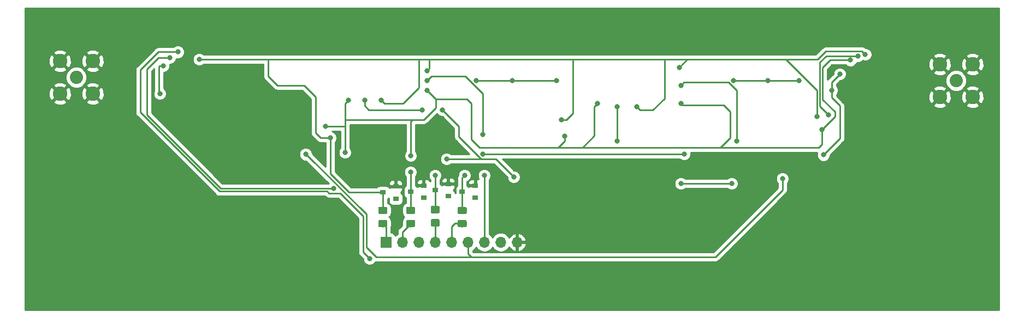
<source format=gbr>
G04 #@! TF.GenerationSoftware,KiCad,Pcbnew,5.0.2-bee76a0~70~ubuntu18.04.1*
G04 #@! TF.CreationDate,2019-03-15T15:47:03+02:00*
G04 #@! TF.ProjectId,bandpass_filter_design,62616e64-7061-4737-935f-66696c746572,rev?*
G04 #@! TF.SameCoordinates,Original*
G04 #@! TF.FileFunction,Copper,L2,Bot*
G04 #@! TF.FilePolarity,Positive*
%FSLAX46Y46*%
G04 Gerber Fmt 4.6, Leading zero omitted, Abs format (unit mm)*
G04 Created by KiCad (PCBNEW 5.0.2-bee76a0~70~ubuntu18.04.1) date Fri 15 Mar 2019 03:47:03 PM EET*
%MOMM*%
%LPD*%
G01*
G04 APERTURE LIST*
G04 #@! TA.AperFunction,ComponentPad*
%ADD10C,2.050000*%
G04 #@! TD*
G04 #@! TA.AperFunction,ComponentPad*
%ADD11C,2.250000*%
G04 #@! TD*
G04 #@! TA.AperFunction,ComponentPad*
%ADD12R,1.700000X1.700000*%
G04 #@! TD*
G04 #@! TA.AperFunction,ComponentPad*
%ADD13O,1.700000X1.700000*%
G04 #@! TD*
G04 #@! TA.AperFunction,SMDPad,CuDef*
%ADD14R,0.900000X0.800000*%
G04 #@! TD*
G04 #@! TA.AperFunction,Conductor*
%ADD15C,0.100000*%
G04 #@! TD*
G04 #@! TA.AperFunction,SMDPad,CuDef*
%ADD16C,1.150000*%
G04 #@! TD*
G04 #@! TA.AperFunction,ViaPad*
%ADD17C,0.800000*%
G04 #@! TD*
G04 #@! TA.AperFunction,Conductor*
%ADD18C,0.250000*%
G04 #@! TD*
G04 #@! TA.AperFunction,Conductor*
%ADD19C,0.254000*%
G04 #@! TD*
G04 APERTURE END LIST*
D10*
G04 #@! TO.P,J1,1*
G04 #@! TO.N,Net-(C3-Pad2)*
X72136000Y-81280000D03*
D11*
G04 #@! TO.P,J1,2*
G04 #@! TO.N,GND*
X74676000Y-83820000D03*
X74676000Y-78740000D03*
X69596000Y-78740000D03*
X69596000Y-83820000D03*
G04 #@! TD*
D10*
G04 #@! TO.P,J3,1*
G04 #@! TO.N,Net-(C16-Pad1)*
X208534000Y-81788000D03*
D11*
G04 #@! TO.P,J3,2*
G04 #@! TO.N,GND*
X205994000Y-79248000D03*
X205994000Y-84328000D03*
X211074000Y-84328000D03*
X211074000Y-79248000D03*
G04 #@! TD*
D12*
G04 #@! TO.P,J2,1*
G04 #@! TO.N,Net-(J2-Pad1)*
X120142000Y-106934000D03*
D13*
G04 #@! TO.P,J2,2*
G04 #@! TO.N,Net-(J2-Pad2)*
X122682000Y-106934000D03*
G04 #@! TO.P,J2,3*
G04 #@! TO.N,Net-(J2-Pad3)*
X125222000Y-106934000D03*
G04 #@! TO.P,J2,4*
G04 #@! TO.N,Net-(J2-Pad4)*
X127762000Y-106934000D03*
G04 #@! TO.P,J2,5*
G04 #@! TO.N,Net-(J2-Pad5)*
X130302000Y-106934000D03*
G04 #@! TO.P,J2,6*
G04 #@! TO.N,/~ENres*
X132842000Y-106934000D03*
G04 #@! TO.P,J2,7*
G04 #@! TO.N,/~ENmid*
X135382000Y-106934000D03*
G04 #@! TO.P,J2,8*
G04 #@! TO.N,VDD*
X137922000Y-106934000D03*
G04 #@! TO.P,J2,9*
G04 #@! TO.N,GND*
X140462000Y-106934000D03*
G04 #@! TD*
D14*
G04 #@! TO.P,D1,2*
G04 #@! TO.N,GND*
X133969000Y-98110000D03*
G04 #@! TO.P,D1,*
G04 #@! TO.N,*
X133969000Y-100010000D03*
G04 #@! TO.P,D1,1*
G04 #@! TO.N,/ENinv_2*
X131969000Y-99060000D03*
G04 #@! TD*
G04 #@! TO.P,D2,2*
G04 #@! TO.N,GND*
X129778000Y-97856000D03*
G04 #@! TO.P,D2,*
G04 #@! TO.N,*
X129778000Y-99756000D03*
G04 #@! TO.P,D2,1*
G04 #@! TO.N,/ENinv_1*
X127778000Y-98806000D03*
G04 #@! TD*
G04 #@! TO.P,D4,2*
G04 #@! TO.N,GND*
X125968000Y-98110000D03*
G04 #@! TO.P,D4,*
G04 #@! TO.N,*
X125968000Y-100010000D03*
G04 #@! TO.P,D4,1*
G04 #@! TO.N,/CLK*
X123968000Y-99060000D03*
G04 #@! TD*
G04 #@! TO.P,D5,1*
G04 #@! TO.N,/DATA*
X119650000Y-99187000D03*
G04 #@! TO.P,D5,*
G04 #@! TO.N,*
X121650000Y-100137000D03*
G04 #@! TO.P,D5,2*
G04 #@! TO.N,GND*
X121650000Y-98237000D03*
G04 #@! TD*
D15*
G04 #@! TO.N,Net-(J2-Pad5)*
G04 #@! TO.C,R22*
G36*
X132427505Y-103457204D02*
X132451773Y-103460804D01*
X132475572Y-103466765D01*
X132498671Y-103475030D01*
X132520850Y-103485520D01*
X132541893Y-103498132D01*
X132561599Y-103512747D01*
X132579777Y-103529223D01*
X132596253Y-103547401D01*
X132610868Y-103567107D01*
X132623480Y-103588150D01*
X132633970Y-103610329D01*
X132642235Y-103633428D01*
X132648196Y-103657227D01*
X132651796Y-103681495D01*
X132653000Y-103705999D01*
X132653000Y-104356001D01*
X132651796Y-104380505D01*
X132648196Y-104404773D01*
X132642235Y-104428572D01*
X132633970Y-104451671D01*
X132623480Y-104473850D01*
X132610868Y-104494893D01*
X132596253Y-104514599D01*
X132579777Y-104532777D01*
X132561599Y-104549253D01*
X132541893Y-104563868D01*
X132520850Y-104576480D01*
X132498671Y-104586970D01*
X132475572Y-104595235D01*
X132451773Y-104601196D01*
X132427505Y-104604796D01*
X132403001Y-104606000D01*
X131502999Y-104606000D01*
X131478495Y-104604796D01*
X131454227Y-104601196D01*
X131430428Y-104595235D01*
X131407329Y-104586970D01*
X131385150Y-104576480D01*
X131364107Y-104563868D01*
X131344401Y-104549253D01*
X131326223Y-104532777D01*
X131309747Y-104514599D01*
X131295132Y-104494893D01*
X131282520Y-104473850D01*
X131272030Y-104451671D01*
X131263765Y-104428572D01*
X131257804Y-104404773D01*
X131254204Y-104380505D01*
X131253000Y-104356001D01*
X131253000Y-103705999D01*
X131254204Y-103681495D01*
X131257804Y-103657227D01*
X131263765Y-103633428D01*
X131272030Y-103610329D01*
X131282520Y-103588150D01*
X131295132Y-103567107D01*
X131309747Y-103547401D01*
X131326223Y-103529223D01*
X131344401Y-103512747D01*
X131364107Y-103498132D01*
X131385150Y-103485520D01*
X131407329Y-103475030D01*
X131430428Y-103466765D01*
X131454227Y-103460804D01*
X131478495Y-103457204D01*
X131502999Y-103456000D01*
X132403001Y-103456000D01*
X132427505Y-103457204D01*
X132427505Y-103457204D01*
G37*
D16*
G04 #@! TD*
G04 #@! TO.P,R22,1*
G04 #@! TO.N,Net-(J2-Pad5)*
X131953000Y-104031000D03*
D15*
G04 #@! TO.N,/ENinv_2*
G04 #@! TO.C,R22*
G36*
X132427505Y-101407204D02*
X132451773Y-101410804D01*
X132475572Y-101416765D01*
X132498671Y-101425030D01*
X132520850Y-101435520D01*
X132541893Y-101448132D01*
X132561599Y-101462747D01*
X132579777Y-101479223D01*
X132596253Y-101497401D01*
X132610868Y-101517107D01*
X132623480Y-101538150D01*
X132633970Y-101560329D01*
X132642235Y-101583428D01*
X132648196Y-101607227D01*
X132651796Y-101631495D01*
X132653000Y-101655999D01*
X132653000Y-102306001D01*
X132651796Y-102330505D01*
X132648196Y-102354773D01*
X132642235Y-102378572D01*
X132633970Y-102401671D01*
X132623480Y-102423850D01*
X132610868Y-102444893D01*
X132596253Y-102464599D01*
X132579777Y-102482777D01*
X132561599Y-102499253D01*
X132541893Y-102513868D01*
X132520850Y-102526480D01*
X132498671Y-102536970D01*
X132475572Y-102545235D01*
X132451773Y-102551196D01*
X132427505Y-102554796D01*
X132403001Y-102556000D01*
X131502999Y-102556000D01*
X131478495Y-102554796D01*
X131454227Y-102551196D01*
X131430428Y-102545235D01*
X131407329Y-102536970D01*
X131385150Y-102526480D01*
X131364107Y-102513868D01*
X131344401Y-102499253D01*
X131326223Y-102482777D01*
X131309747Y-102464599D01*
X131295132Y-102444893D01*
X131282520Y-102423850D01*
X131272030Y-102401671D01*
X131263765Y-102378572D01*
X131257804Y-102354773D01*
X131254204Y-102330505D01*
X131253000Y-102306001D01*
X131253000Y-101655999D01*
X131254204Y-101631495D01*
X131257804Y-101607227D01*
X131263765Y-101583428D01*
X131272030Y-101560329D01*
X131282520Y-101538150D01*
X131295132Y-101517107D01*
X131309747Y-101497401D01*
X131326223Y-101479223D01*
X131344401Y-101462747D01*
X131364107Y-101448132D01*
X131385150Y-101435520D01*
X131407329Y-101425030D01*
X131430428Y-101416765D01*
X131454227Y-101410804D01*
X131478495Y-101407204D01*
X131502999Y-101406000D01*
X132403001Y-101406000D01*
X132427505Y-101407204D01*
X132427505Y-101407204D01*
G37*
D16*
G04 #@! TD*
G04 #@! TO.P,R22,2*
G04 #@! TO.N,/ENinv_2*
X131953000Y-101981000D03*
D15*
G04 #@! TO.N,Net-(J2-Pad4)*
G04 #@! TO.C,R23*
G36*
X128236505Y-103321204D02*
X128260773Y-103324804D01*
X128284572Y-103330765D01*
X128307671Y-103339030D01*
X128329850Y-103349520D01*
X128350893Y-103362132D01*
X128370599Y-103376747D01*
X128388777Y-103393223D01*
X128405253Y-103411401D01*
X128419868Y-103431107D01*
X128432480Y-103452150D01*
X128442970Y-103474329D01*
X128451235Y-103497428D01*
X128457196Y-103521227D01*
X128460796Y-103545495D01*
X128462000Y-103569999D01*
X128462000Y-104220001D01*
X128460796Y-104244505D01*
X128457196Y-104268773D01*
X128451235Y-104292572D01*
X128442970Y-104315671D01*
X128432480Y-104337850D01*
X128419868Y-104358893D01*
X128405253Y-104378599D01*
X128388777Y-104396777D01*
X128370599Y-104413253D01*
X128350893Y-104427868D01*
X128329850Y-104440480D01*
X128307671Y-104450970D01*
X128284572Y-104459235D01*
X128260773Y-104465196D01*
X128236505Y-104468796D01*
X128212001Y-104470000D01*
X127311999Y-104470000D01*
X127287495Y-104468796D01*
X127263227Y-104465196D01*
X127239428Y-104459235D01*
X127216329Y-104450970D01*
X127194150Y-104440480D01*
X127173107Y-104427868D01*
X127153401Y-104413253D01*
X127135223Y-104396777D01*
X127118747Y-104378599D01*
X127104132Y-104358893D01*
X127091520Y-104337850D01*
X127081030Y-104315671D01*
X127072765Y-104292572D01*
X127066804Y-104268773D01*
X127063204Y-104244505D01*
X127062000Y-104220001D01*
X127062000Y-103569999D01*
X127063204Y-103545495D01*
X127066804Y-103521227D01*
X127072765Y-103497428D01*
X127081030Y-103474329D01*
X127091520Y-103452150D01*
X127104132Y-103431107D01*
X127118747Y-103411401D01*
X127135223Y-103393223D01*
X127153401Y-103376747D01*
X127173107Y-103362132D01*
X127194150Y-103349520D01*
X127216329Y-103339030D01*
X127239428Y-103330765D01*
X127263227Y-103324804D01*
X127287495Y-103321204D01*
X127311999Y-103320000D01*
X128212001Y-103320000D01*
X128236505Y-103321204D01*
X128236505Y-103321204D01*
G37*
D16*
G04 #@! TD*
G04 #@! TO.P,R23,1*
G04 #@! TO.N,Net-(J2-Pad4)*
X127762000Y-103895000D03*
D15*
G04 #@! TO.N,/ENinv_1*
G04 #@! TO.C,R23*
G36*
X128236505Y-101271204D02*
X128260773Y-101274804D01*
X128284572Y-101280765D01*
X128307671Y-101289030D01*
X128329850Y-101299520D01*
X128350893Y-101312132D01*
X128370599Y-101326747D01*
X128388777Y-101343223D01*
X128405253Y-101361401D01*
X128419868Y-101381107D01*
X128432480Y-101402150D01*
X128442970Y-101424329D01*
X128451235Y-101447428D01*
X128457196Y-101471227D01*
X128460796Y-101495495D01*
X128462000Y-101519999D01*
X128462000Y-102170001D01*
X128460796Y-102194505D01*
X128457196Y-102218773D01*
X128451235Y-102242572D01*
X128442970Y-102265671D01*
X128432480Y-102287850D01*
X128419868Y-102308893D01*
X128405253Y-102328599D01*
X128388777Y-102346777D01*
X128370599Y-102363253D01*
X128350893Y-102377868D01*
X128329850Y-102390480D01*
X128307671Y-102400970D01*
X128284572Y-102409235D01*
X128260773Y-102415196D01*
X128236505Y-102418796D01*
X128212001Y-102420000D01*
X127311999Y-102420000D01*
X127287495Y-102418796D01*
X127263227Y-102415196D01*
X127239428Y-102409235D01*
X127216329Y-102400970D01*
X127194150Y-102390480D01*
X127173107Y-102377868D01*
X127153401Y-102363253D01*
X127135223Y-102346777D01*
X127118747Y-102328599D01*
X127104132Y-102308893D01*
X127091520Y-102287850D01*
X127081030Y-102265671D01*
X127072765Y-102242572D01*
X127066804Y-102218773D01*
X127063204Y-102194505D01*
X127062000Y-102170001D01*
X127062000Y-101519999D01*
X127063204Y-101495495D01*
X127066804Y-101471227D01*
X127072765Y-101447428D01*
X127081030Y-101424329D01*
X127091520Y-101402150D01*
X127104132Y-101381107D01*
X127118747Y-101361401D01*
X127135223Y-101343223D01*
X127153401Y-101326747D01*
X127173107Y-101312132D01*
X127194150Y-101299520D01*
X127216329Y-101289030D01*
X127239428Y-101280765D01*
X127263227Y-101274804D01*
X127287495Y-101271204D01*
X127311999Y-101270000D01*
X128212001Y-101270000D01*
X128236505Y-101271204D01*
X128236505Y-101271204D01*
G37*
D16*
G04 #@! TD*
G04 #@! TO.P,R23,2*
G04 #@! TO.N,/ENinv_1*
X127762000Y-101845000D03*
D15*
G04 #@! TO.N,/CLK*
G04 #@! TO.C,R25*
G36*
X124426505Y-101398204D02*
X124450773Y-101401804D01*
X124474572Y-101407765D01*
X124497671Y-101416030D01*
X124519850Y-101426520D01*
X124540893Y-101439132D01*
X124560599Y-101453747D01*
X124578777Y-101470223D01*
X124595253Y-101488401D01*
X124609868Y-101508107D01*
X124622480Y-101529150D01*
X124632970Y-101551329D01*
X124641235Y-101574428D01*
X124647196Y-101598227D01*
X124650796Y-101622495D01*
X124652000Y-101646999D01*
X124652000Y-102297001D01*
X124650796Y-102321505D01*
X124647196Y-102345773D01*
X124641235Y-102369572D01*
X124632970Y-102392671D01*
X124622480Y-102414850D01*
X124609868Y-102435893D01*
X124595253Y-102455599D01*
X124578777Y-102473777D01*
X124560599Y-102490253D01*
X124540893Y-102504868D01*
X124519850Y-102517480D01*
X124497671Y-102527970D01*
X124474572Y-102536235D01*
X124450773Y-102542196D01*
X124426505Y-102545796D01*
X124402001Y-102547000D01*
X123501999Y-102547000D01*
X123477495Y-102545796D01*
X123453227Y-102542196D01*
X123429428Y-102536235D01*
X123406329Y-102527970D01*
X123384150Y-102517480D01*
X123363107Y-102504868D01*
X123343401Y-102490253D01*
X123325223Y-102473777D01*
X123308747Y-102455599D01*
X123294132Y-102435893D01*
X123281520Y-102414850D01*
X123271030Y-102392671D01*
X123262765Y-102369572D01*
X123256804Y-102345773D01*
X123253204Y-102321505D01*
X123252000Y-102297001D01*
X123252000Y-101646999D01*
X123253204Y-101622495D01*
X123256804Y-101598227D01*
X123262765Y-101574428D01*
X123271030Y-101551329D01*
X123281520Y-101529150D01*
X123294132Y-101508107D01*
X123308747Y-101488401D01*
X123325223Y-101470223D01*
X123343401Y-101453747D01*
X123363107Y-101439132D01*
X123384150Y-101426520D01*
X123406329Y-101416030D01*
X123429428Y-101407765D01*
X123453227Y-101401804D01*
X123477495Y-101398204D01*
X123501999Y-101397000D01*
X124402001Y-101397000D01*
X124426505Y-101398204D01*
X124426505Y-101398204D01*
G37*
D16*
G04 #@! TD*
G04 #@! TO.P,R25,2*
G04 #@! TO.N,/CLK*
X123952000Y-101972000D03*
D15*
G04 #@! TO.N,Net-(J2-Pad2)*
G04 #@! TO.C,R25*
G36*
X124426505Y-103448204D02*
X124450773Y-103451804D01*
X124474572Y-103457765D01*
X124497671Y-103466030D01*
X124519850Y-103476520D01*
X124540893Y-103489132D01*
X124560599Y-103503747D01*
X124578777Y-103520223D01*
X124595253Y-103538401D01*
X124609868Y-103558107D01*
X124622480Y-103579150D01*
X124632970Y-103601329D01*
X124641235Y-103624428D01*
X124647196Y-103648227D01*
X124650796Y-103672495D01*
X124652000Y-103696999D01*
X124652000Y-104347001D01*
X124650796Y-104371505D01*
X124647196Y-104395773D01*
X124641235Y-104419572D01*
X124632970Y-104442671D01*
X124622480Y-104464850D01*
X124609868Y-104485893D01*
X124595253Y-104505599D01*
X124578777Y-104523777D01*
X124560599Y-104540253D01*
X124540893Y-104554868D01*
X124519850Y-104567480D01*
X124497671Y-104577970D01*
X124474572Y-104586235D01*
X124450773Y-104592196D01*
X124426505Y-104595796D01*
X124402001Y-104597000D01*
X123501999Y-104597000D01*
X123477495Y-104595796D01*
X123453227Y-104592196D01*
X123429428Y-104586235D01*
X123406329Y-104577970D01*
X123384150Y-104567480D01*
X123363107Y-104554868D01*
X123343401Y-104540253D01*
X123325223Y-104523777D01*
X123308747Y-104505599D01*
X123294132Y-104485893D01*
X123281520Y-104464850D01*
X123271030Y-104442671D01*
X123262765Y-104419572D01*
X123256804Y-104395773D01*
X123253204Y-104371505D01*
X123252000Y-104347001D01*
X123252000Y-103696999D01*
X123253204Y-103672495D01*
X123256804Y-103648227D01*
X123262765Y-103624428D01*
X123271030Y-103601329D01*
X123281520Y-103579150D01*
X123294132Y-103558107D01*
X123308747Y-103538401D01*
X123325223Y-103520223D01*
X123343401Y-103503747D01*
X123363107Y-103489132D01*
X123384150Y-103476520D01*
X123406329Y-103466030D01*
X123429428Y-103457765D01*
X123453227Y-103451804D01*
X123477495Y-103448204D01*
X123501999Y-103447000D01*
X124402001Y-103447000D01*
X124426505Y-103448204D01*
X124426505Y-103448204D01*
G37*
D16*
G04 #@! TD*
G04 #@! TO.P,R25,1*
G04 #@! TO.N,Net-(J2-Pad2)*
X123952000Y-104022000D03*
D15*
G04 #@! TO.N,/DATA*
G04 #@! TO.C,R26*
G36*
X120108505Y-101398204D02*
X120132773Y-101401804D01*
X120156572Y-101407765D01*
X120179671Y-101416030D01*
X120201850Y-101426520D01*
X120222893Y-101439132D01*
X120242599Y-101453747D01*
X120260777Y-101470223D01*
X120277253Y-101488401D01*
X120291868Y-101508107D01*
X120304480Y-101529150D01*
X120314970Y-101551329D01*
X120323235Y-101574428D01*
X120329196Y-101598227D01*
X120332796Y-101622495D01*
X120334000Y-101646999D01*
X120334000Y-102297001D01*
X120332796Y-102321505D01*
X120329196Y-102345773D01*
X120323235Y-102369572D01*
X120314970Y-102392671D01*
X120304480Y-102414850D01*
X120291868Y-102435893D01*
X120277253Y-102455599D01*
X120260777Y-102473777D01*
X120242599Y-102490253D01*
X120222893Y-102504868D01*
X120201850Y-102517480D01*
X120179671Y-102527970D01*
X120156572Y-102536235D01*
X120132773Y-102542196D01*
X120108505Y-102545796D01*
X120084001Y-102547000D01*
X119183999Y-102547000D01*
X119159495Y-102545796D01*
X119135227Y-102542196D01*
X119111428Y-102536235D01*
X119088329Y-102527970D01*
X119066150Y-102517480D01*
X119045107Y-102504868D01*
X119025401Y-102490253D01*
X119007223Y-102473777D01*
X118990747Y-102455599D01*
X118976132Y-102435893D01*
X118963520Y-102414850D01*
X118953030Y-102392671D01*
X118944765Y-102369572D01*
X118938804Y-102345773D01*
X118935204Y-102321505D01*
X118934000Y-102297001D01*
X118934000Y-101646999D01*
X118935204Y-101622495D01*
X118938804Y-101598227D01*
X118944765Y-101574428D01*
X118953030Y-101551329D01*
X118963520Y-101529150D01*
X118976132Y-101508107D01*
X118990747Y-101488401D01*
X119007223Y-101470223D01*
X119025401Y-101453747D01*
X119045107Y-101439132D01*
X119066150Y-101426520D01*
X119088329Y-101416030D01*
X119111428Y-101407765D01*
X119135227Y-101401804D01*
X119159495Y-101398204D01*
X119183999Y-101397000D01*
X120084001Y-101397000D01*
X120108505Y-101398204D01*
X120108505Y-101398204D01*
G37*
D16*
G04 #@! TD*
G04 #@! TO.P,R26,2*
G04 #@! TO.N,/DATA*
X119634000Y-101972000D03*
D15*
G04 #@! TO.N,Net-(J2-Pad1)*
G04 #@! TO.C,R26*
G36*
X120108505Y-103448204D02*
X120132773Y-103451804D01*
X120156572Y-103457765D01*
X120179671Y-103466030D01*
X120201850Y-103476520D01*
X120222893Y-103489132D01*
X120242599Y-103503747D01*
X120260777Y-103520223D01*
X120277253Y-103538401D01*
X120291868Y-103558107D01*
X120304480Y-103579150D01*
X120314970Y-103601329D01*
X120323235Y-103624428D01*
X120329196Y-103648227D01*
X120332796Y-103672495D01*
X120334000Y-103696999D01*
X120334000Y-104347001D01*
X120332796Y-104371505D01*
X120329196Y-104395773D01*
X120323235Y-104419572D01*
X120314970Y-104442671D01*
X120304480Y-104464850D01*
X120291868Y-104485893D01*
X120277253Y-104505599D01*
X120260777Y-104523777D01*
X120242599Y-104540253D01*
X120222893Y-104554868D01*
X120201850Y-104567480D01*
X120179671Y-104577970D01*
X120156572Y-104586235D01*
X120132773Y-104592196D01*
X120108505Y-104595796D01*
X120084001Y-104597000D01*
X119183999Y-104597000D01*
X119159495Y-104595796D01*
X119135227Y-104592196D01*
X119111428Y-104586235D01*
X119088329Y-104577970D01*
X119066150Y-104567480D01*
X119045107Y-104554868D01*
X119025401Y-104540253D01*
X119007223Y-104523777D01*
X118990747Y-104505599D01*
X118976132Y-104485893D01*
X118963520Y-104464850D01*
X118953030Y-104442671D01*
X118944765Y-104419572D01*
X118938804Y-104395773D01*
X118935204Y-104371505D01*
X118934000Y-104347001D01*
X118934000Y-103696999D01*
X118935204Y-103672495D01*
X118938804Y-103648227D01*
X118944765Y-103624428D01*
X118953030Y-103601329D01*
X118963520Y-103579150D01*
X118976132Y-103558107D01*
X118990747Y-103538401D01*
X119007223Y-103520223D01*
X119025401Y-103503747D01*
X119045107Y-103489132D01*
X119066150Y-103476520D01*
X119088329Y-103466030D01*
X119111428Y-103457765D01*
X119135227Y-103451804D01*
X119159495Y-103448204D01*
X119183999Y-103447000D01*
X120084001Y-103447000D01*
X120108505Y-103448204D01*
X120108505Y-103448204D01*
G37*
D16*
G04 #@! TD*
G04 #@! TO.P,R26,1*
G04 #@! TO.N,Net-(J2-Pad1)*
X119634000Y-104022000D03*
D17*
G04 #@! TO.N,VDD*
X85090000Y-83820000D03*
X189230000Y-83312000D03*
X190500000Y-80772000D03*
X187960000Y-93345000D03*
X85598000Y-79502000D03*
X165862000Y-97790000D03*
X173736000Y-97790000D03*
G04 #@! TO.N,/~ENres*
X181610000Y-97028000D03*
X107696000Y-93255000D03*
G04 #@! TO.N,/CLK*
X110744000Y-88900000D03*
X147828000Y-90424000D03*
X187706000Y-89408000D03*
X114300000Y-84836000D03*
X126492000Y-83312000D03*
X152908000Y-85344000D03*
X165862000Y-85344000D03*
X112014000Y-98552000D03*
X192151000Y-78613000D03*
X113792000Y-92964000D03*
X86614000Y-78232000D03*
X123952000Y-96012000D03*
X123968000Y-93472000D03*
G04 #@! TO.N,/DATA*
X111506000Y-90678000D03*
X186944000Y-87376000D03*
X119380000Y-84836000D03*
X126492000Y-80264000D03*
X159004000Y-85852000D03*
X165608000Y-79756000D03*
X91186000Y-78486000D03*
X147320000Y-87884000D03*
X194437000Y-77724000D03*
G04 #@! TO.N,Net-(C10-Pad1)*
X134116653Y-81783347D03*
X139700000Y-81788000D03*
X146558000Y-81788000D03*
G04 #@! TO.N,/~ENmid*
X135382000Y-96520000D03*
G04 #@! TO.N,Net-(C12-Pad8)*
X179324000Y-81788000D03*
X173994653Y-81783347D03*
X184150000Y-81788000D03*
G04 #@! TO.N,/ENser*
X188722000Y-87122000D03*
X117602000Y-109474000D03*
X193294000Y-77978000D03*
X87884000Y-77343000D03*
G04 #@! TO.N,/ENinv_1*
X116840000Y-84836000D03*
X155956000Y-85852000D03*
X125730000Y-86360000D03*
X155956000Y-91186000D03*
X139954000Y-96774000D03*
X128905000Y-86360000D03*
X127762000Y-96520000D03*
X129540000Y-93980000D03*
G04 #@! TO.N,/ENinv_2*
X126492000Y-81788000D03*
X165862000Y-82550000D03*
X135128000Y-90170000D03*
X174498000Y-91186000D03*
X166370000Y-93218000D03*
X135128000Y-93218000D03*
X132334000Y-96520000D03*
G04 #@! TD*
D18*
G04 #@! TO.N,VDD*
X189230000Y-83312000D02*
X189230000Y-82042000D01*
X189230000Y-82042000D02*
X190500000Y-80772000D01*
X187960000Y-93345000D02*
X190500000Y-90805000D01*
X190500000Y-90805000D02*
X190500000Y-85725000D01*
X189230000Y-84455000D02*
X189230000Y-83312000D01*
X190500000Y-85725000D02*
X189230000Y-84455000D01*
X84944001Y-83674001D02*
X85090000Y-83820000D01*
X84944001Y-79590314D02*
X84944001Y-83674001D01*
X85032315Y-79502000D02*
X84944001Y-79590314D01*
X85598000Y-79502000D02*
X85032315Y-79502000D01*
X165862000Y-97790000D02*
X173736000Y-97790000D01*
G04 #@! TO.N,/~ENres*
X132842000Y-108712000D02*
X132842000Y-106934000D01*
X133350000Y-109220000D02*
X132842000Y-108712000D01*
X181610000Y-97028000D02*
X181610000Y-98806000D01*
X181610000Y-98806000D02*
X171196000Y-109220000D01*
X171196000Y-109220000D02*
X133604000Y-109220000D01*
X133604000Y-109220000D02*
X133350000Y-109220000D01*
X118618000Y-109220000D02*
X133604000Y-109220000D01*
X117094000Y-107696000D02*
X118618000Y-109220000D01*
X117094000Y-102558998D02*
X117094000Y-107696000D01*
X107913000Y-93472000D02*
X108007002Y-93472000D01*
X107696000Y-93255000D02*
X107913000Y-93472000D01*
X108007002Y-93472000D02*
X117094000Y-102558998D01*
G04 #@! TO.N,/CLK*
X113783000Y-88900000D02*
X113792000Y-88909000D01*
X110744000Y-88900000D02*
X113783000Y-88900000D01*
X132686594Y-84680594D02*
X133350000Y-85344000D01*
X133350000Y-85344000D02*
X133350000Y-90932000D01*
X147828000Y-90424000D02*
X147828000Y-91186000D01*
X147828000Y-91186000D02*
X146812000Y-92202000D01*
X134620000Y-92202000D02*
X133350000Y-90932000D01*
X146812000Y-92202000D02*
X134620000Y-92202000D01*
X150607000Y-92202000D02*
X146812000Y-92202000D01*
X152428600Y-90380400D02*
X150607000Y-92202000D01*
X152428600Y-89705400D02*
X152428600Y-90380400D01*
X171958000Y-92202000D02*
X150607000Y-92202000D01*
X187198000Y-92202000D02*
X171958000Y-92202000D01*
X187706000Y-89408000D02*
X187706000Y-91694000D01*
X187706000Y-91694000D02*
X187198000Y-92202000D01*
X127860594Y-84680594D02*
X126492000Y-83312000D01*
X128215952Y-84680594D02*
X127860594Y-84680594D01*
X152428600Y-85823400D02*
X152908000Y-85344000D01*
X113792000Y-85852000D02*
X113792000Y-85344000D01*
X113792000Y-85344000D02*
X114300000Y-84836000D01*
X130265952Y-84680594D02*
X130429000Y-84680594D01*
X128215952Y-84680594D02*
X130429000Y-84680594D01*
X130429000Y-84680594D02*
X132686594Y-84680594D01*
X113792000Y-86859000D02*
X113792000Y-86614000D01*
X113792000Y-86614000D02*
X113792000Y-85852000D01*
X152428600Y-89705400D02*
X152428600Y-87122000D01*
X152428600Y-87655400D02*
X152428600Y-87122000D01*
X152428600Y-87122000D02*
X152428600Y-85823400D01*
X172491400Y-85623400D02*
X173482000Y-86614000D01*
X165862000Y-85344000D02*
X166141400Y-85623400D01*
X173482000Y-90678000D02*
X171958000Y-92202000D01*
X173482000Y-86614000D02*
X173482000Y-90678000D01*
X166141400Y-85623400D02*
X172491400Y-85623400D01*
X123968000Y-101956000D02*
X123952000Y-101972000D01*
X123968000Y-99060000D02*
X123968000Y-101956000D01*
X112014000Y-98552000D02*
X94488000Y-98552000D01*
X94488000Y-98552000D02*
X83058000Y-87122000D01*
X189738000Y-87376000D02*
X189738000Y-86614000D01*
X189738000Y-86614000D02*
X187844020Y-84720020D01*
X187844020Y-80379980D02*
X187844020Y-79744980D01*
X188976000Y-78613000D02*
X192151000Y-78613000D01*
X187844020Y-79744980D02*
X188976000Y-78613000D01*
X187706000Y-89408000D02*
X189738000Y-87376000D01*
X187844020Y-84720020D02*
X187844020Y-80379980D01*
X113792000Y-87884000D02*
X113792000Y-86614000D01*
X113792000Y-88909000D02*
X113792000Y-87884000D01*
X113792000Y-92964000D02*
X113792000Y-88909000D01*
X123968000Y-99060000D02*
X123698000Y-99060000D01*
X125984000Y-87884000D02*
X127860594Y-86007406D01*
X127860594Y-86007406D02*
X127860594Y-84680594D01*
X123968000Y-88122000D02*
X124206000Y-87884000D01*
X113792000Y-87884000D02*
X124206000Y-87884000D01*
X124206000Y-87884000D02*
X125984000Y-87884000D01*
X83058000Y-80010000D02*
X84836000Y-78232000D01*
X83058000Y-87122000D02*
X83058000Y-80010000D01*
X84836000Y-78232000D02*
X86614000Y-78232000D01*
X123952000Y-99044000D02*
X123968000Y-99060000D01*
X123952000Y-96012000D02*
X123952000Y-99044000D01*
X123968000Y-92202000D02*
X123968000Y-93472000D01*
X123968000Y-92202000D02*
X123968000Y-88122000D01*
G04 #@! TO.N,/DATA*
X186944000Y-87376000D02*
X186944000Y-83312000D01*
X186944000Y-83312000D02*
X182143400Y-78511400D01*
X159540600Y-86388600D02*
X159004000Y-85852000D01*
X166852600Y-78511400D02*
X165608000Y-79756000D01*
X119888000Y-85344000D02*
X119380000Y-84836000D01*
X126877546Y-79878454D02*
X126492000Y-80264000D01*
X168176600Y-78511400D02*
X170815000Y-78511400D01*
X170226600Y-78511400D02*
X170815000Y-78511400D01*
X170815000Y-78511400D02*
X173228000Y-78511400D01*
X119634000Y-99203000D02*
X119650000Y-99187000D01*
X119634000Y-101972000D02*
X119634000Y-99203000D01*
X111506000Y-96266000D02*
X111506000Y-90678000D01*
X119650000Y-99187000D02*
X114427000Y-99187000D01*
X114427000Y-99187000D02*
X111506000Y-96266000D01*
X119888000Y-85344000D02*
X122809000Y-85344000D01*
X122809000Y-85344000D02*
X125222000Y-82931000D01*
X109220000Y-89916000D02*
X109982000Y-90678000D01*
X110490000Y-90678000D02*
X111506000Y-90678000D01*
X109982000Y-90678000D02*
X110490000Y-90678000D01*
X107442000Y-82550000D02*
X109220000Y-84328000D01*
X101854000Y-81083002D02*
X103320998Y-82550000D01*
X103320998Y-82550000D02*
X107442000Y-82550000D01*
X109220000Y-84328000D02*
X109220000Y-89916000D01*
X173482000Y-78511400D02*
X173228000Y-78511400D01*
X182143400Y-78511400D02*
X173482000Y-78511400D01*
X126902946Y-78511400D02*
X126877546Y-78486000D01*
X126877546Y-78486000D02*
X126877546Y-79878454D01*
X167132000Y-78511400D02*
X166852600Y-78511400D01*
X168176600Y-78511400D02*
X167132000Y-78511400D01*
X126877546Y-78486000D02*
X125222000Y-78486000D01*
X125222000Y-78486000D02*
X125222000Y-82931000D01*
X125222000Y-78486000D02*
X101854000Y-78486000D01*
X101854000Y-78486000D02*
X101854000Y-81083002D01*
X101854000Y-78486000D02*
X91186000Y-78486000D01*
X147320000Y-87884000D02*
X148082000Y-87884000D01*
X148082000Y-87884000D02*
X149098000Y-86868000D01*
X150749000Y-78511400D02*
X149199600Y-78511400D01*
X149199600Y-78511400D02*
X149098000Y-78613000D01*
X149098000Y-86868000D02*
X149098000Y-78613000D01*
X150749000Y-78511400D02*
X126902946Y-78511400D01*
X159004000Y-78511400D02*
X150749000Y-78511400D01*
X163296600Y-78511400D02*
X163322000Y-78486000D01*
X159004000Y-78511400D02*
X163296600Y-78511400D01*
X163322000Y-78638400D02*
X163449000Y-78511400D01*
X167132000Y-78511400D02*
X163449000Y-78511400D01*
X163449000Y-78511400D02*
X159004000Y-78511400D01*
X182143400Y-78511400D02*
X187045600Y-78511400D01*
X187045600Y-78511400D02*
X188341000Y-77216000D01*
X193929000Y-77216000D02*
X194437000Y-77724000D01*
X193421000Y-77216000D02*
X193929000Y-77216000D01*
X188341000Y-77216000D02*
X193421000Y-77216000D01*
X161515400Y-86388600D02*
X163322000Y-84582000D01*
X159540600Y-86388600D02*
X161515400Y-86388600D01*
X163322000Y-84582000D02*
X163322000Y-78638400D01*
G04 #@! TO.N,Net-(C10-Pad1)*
X134116653Y-81783347D02*
X139695347Y-81783347D01*
X139695347Y-81783347D02*
X139700000Y-81788000D01*
X139700000Y-81788000D02*
X146558000Y-81788000D01*
G04 #@! TO.N,/~ENmid*
X135382000Y-106934000D02*
X135382000Y-96520000D01*
G04 #@! TO.N,Net-(C12-Pad8)*
X179319347Y-81783347D02*
X179324000Y-81788000D01*
X173994653Y-81783347D02*
X179319347Y-81783347D01*
X179324000Y-81788000D02*
X184150000Y-81788000D01*
G04 #@! TO.N,/ENser*
X82042000Y-84836000D02*
X82042000Y-85344000D01*
X116586000Y-108458000D02*
X117602000Y-109474000D01*
X116586000Y-102870000D02*
X116586000Y-108458000D01*
X82042000Y-86742410D02*
X94301600Y-99002010D01*
X82042000Y-84836000D02*
X82042000Y-86742410D01*
X94301600Y-99002010D02*
X110998000Y-99002010D01*
X110998000Y-99002010D02*
X111309990Y-99314000D01*
X111309990Y-99314000D02*
X113030000Y-99314000D01*
X113030000Y-99314000D02*
X116586000Y-102870000D01*
X187394010Y-85794010D02*
X187394010Y-78924990D01*
X188722000Y-87122000D02*
X187394010Y-85794010D01*
X193253999Y-77937999D02*
X193294000Y-77978000D01*
X187394010Y-78924990D02*
X188381001Y-77937999D01*
X188381001Y-77937999D02*
X193253999Y-77937999D01*
X84836000Y-77343000D02*
X87884000Y-77343000D01*
X82042000Y-80137000D02*
X84836000Y-77343000D01*
X82042000Y-80137000D02*
X82042000Y-84836000D01*
G04 #@! TO.N,/ENinv_1*
X155984600Y-87646400D02*
X155984600Y-85880600D01*
X155984600Y-85880600D02*
X155956000Y-85852000D01*
X127762000Y-98822000D02*
X127778000Y-98806000D01*
X127762000Y-101845000D02*
X127762000Y-98822000D01*
X155984600Y-89916000D02*
X155984600Y-86896600D01*
X155984600Y-89696400D02*
X155984600Y-89916000D01*
X116840000Y-85725000D02*
X117475000Y-86360000D01*
X116840000Y-84836000D02*
X116840000Y-85725000D01*
X124460000Y-86360000D02*
X125730000Y-86360000D01*
X117475000Y-86360000D02*
X124460000Y-86360000D01*
X155984600Y-91157400D02*
X155956000Y-91186000D01*
X155984600Y-89916000D02*
X155984600Y-91157400D01*
X138430000Y-95250000D02*
X139954000Y-96774000D01*
X128905000Y-86360000D02*
X131445000Y-88900000D01*
X131445000Y-90534002D02*
X134890998Y-93980000D01*
X131445000Y-88900000D02*
X131445000Y-90534002D01*
X137160000Y-93980000D02*
X138430000Y-95250000D01*
X129540000Y-93980000D02*
X135128000Y-93980000D01*
X134890998Y-93980000D02*
X135128000Y-93980000D01*
X135128000Y-93980000D02*
X137160000Y-93980000D01*
X127778000Y-98156000D02*
X127762000Y-98140000D01*
X127778000Y-98806000D02*
X127778000Y-98156000D01*
X127762000Y-98140000D02*
X127762000Y-96520000D01*
G04 #@! TO.N,/ENinv_2*
X166344600Y-82067400D02*
X165862000Y-82550000D01*
X132432594Y-81124594D02*
X135128000Y-83820000D01*
X135128000Y-83820000D02*
X135128000Y-90170000D01*
X173253400Y-82067400D02*
X174498000Y-83312000D01*
X174498000Y-83312000D02*
X174498000Y-91186000D01*
X168167600Y-82067400D02*
X166344600Y-82067400D01*
X130265952Y-81124594D02*
X130810000Y-81124594D01*
X130810000Y-81124594D02*
X132432594Y-81124594D01*
X166370000Y-93218000D02*
X135128000Y-93218000D01*
X128215952Y-81124594D02*
X130810000Y-81124594D01*
X127155406Y-81124594D02*
X128215952Y-81124594D01*
X126492000Y-81788000D02*
X127155406Y-81124594D01*
X168167600Y-82067400D02*
X170815000Y-82067400D01*
X170217600Y-82067400D02*
X170815000Y-82067400D01*
X170815000Y-82067400D02*
X173253400Y-82067400D01*
X131969000Y-101965000D02*
X131953000Y-101981000D01*
X131969000Y-99060000D02*
X131969000Y-101965000D01*
X131969000Y-99060000D02*
X131969000Y-98187000D01*
X131969000Y-98187000D02*
X131969000Y-96885000D01*
X131969000Y-96885000D02*
X132334000Y-96520000D01*
G04 #@! TO.N,Net-(J2-Pad1)*
X120142000Y-104530000D02*
X119634000Y-104022000D01*
X120142000Y-106934000D02*
X120142000Y-104530000D01*
G04 #@! TO.N,Net-(J2-Pad2)*
X122682000Y-105292000D02*
X122682000Y-106934000D01*
X123952000Y-104022000D02*
X122682000Y-105292000D01*
G04 #@! TO.N,Net-(J2-Pad4)*
X127762000Y-103895000D02*
X127762000Y-106934000D01*
G04 #@! TO.N,Net-(J2-Pad5)*
X131153000Y-104031000D02*
X131135000Y-104013000D01*
X131953000Y-104031000D02*
X131153000Y-104031000D01*
X131135000Y-104013000D02*
X130810000Y-104013000D01*
X130302000Y-104521000D02*
X130302000Y-106934000D01*
X130810000Y-104013000D02*
X130302000Y-104521000D01*
G04 #@! TD*
D19*
G04 #@! TO.N,GND*
G36*
X215190001Y-117400000D02*
X64210000Y-117400000D01*
X64210000Y-85062947D01*
X68532658Y-85062947D01*
X68646621Y-85342773D01*
X69301629Y-85590170D01*
X70001451Y-85568075D01*
X70545379Y-85342773D01*
X70659342Y-85062947D01*
X73612658Y-85062947D01*
X73726621Y-85342773D01*
X74381629Y-85590170D01*
X75081451Y-85568075D01*
X75625379Y-85342773D01*
X75739342Y-85062947D01*
X74676000Y-83999605D01*
X73612658Y-85062947D01*
X70659342Y-85062947D01*
X69596000Y-83999605D01*
X68532658Y-85062947D01*
X64210000Y-85062947D01*
X64210000Y-83525629D01*
X67825830Y-83525629D01*
X67847925Y-84225451D01*
X68073227Y-84769379D01*
X68353053Y-84883342D01*
X69416395Y-83820000D01*
X69775605Y-83820000D01*
X70838947Y-84883342D01*
X71118773Y-84769379D01*
X71366170Y-84114371D01*
X71347583Y-83525629D01*
X72905830Y-83525629D01*
X72927925Y-84225451D01*
X73153227Y-84769379D01*
X73433053Y-84883342D01*
X74496395Y-83820000D01*
X74855605Y-83820000D01*
X75918947Y-84883342D01*
X76198773Y-84769379D01*
X76446170Y-84114371D01*
X76424075Y-83414549D01*
X76198773Y-82870621D01*
X75918947Y-82756658D01*
X74855605Y-83820000D01*
X74496395Y-83820000D01*
X73433053Y-82756658D01*
X73153227Y-82870621D01*
X72905830Y-83525629D01*
X71347583Y-83525629D01*
X71344075Y-83414549D01*
X71118773Y-82870621D01*
X70838947Y-82756658D01*
X69775605Y-83820000D01*
X69416395Y-83820000D01*
X68353053Y-82756658D01*
X68073227Y-82870621D01*
X67825830Y-83525629D01*
X64210000Y-83525629D01*
X64210000Y-82577053D01*
X68532658Y-82577053D01*
X69596000Y-83640395D01*
X70659342Y-82577053D01*
X70545379Y-82297227D01*
X69890371Y-82049830D01*
X69190549Y-82071925D01*
X68646621Y-82297227D01*
X68532658Y-82577053D01*
X64210000Y-82577053D01*
X64210000Y-80949806D01*
X70476000Y-80949806D01*
X70476000Y-81610194D01*
X70728720Y-82220314D01*
X71195686Y-82687280D01*
X71805806Y-82940000D01*
X72466194Y-82940000D01*
X73076314Y-82687280D01*
X73186541Y-82577053D01*
X73612658Y-82577053D01*
X74676000Y-83640395D01*
X75739342Y-82577053D01*
X75625379Y-82297227D01*
X74970371Y-82049830D01*
X74270549Y-82071925D01*
X73726621Y-82297227D01*
X73612658Y-82577053D01*
X73186541Y-82577053D01*
X73543280Y-82220314D01*
X73796000Y-81610194D01*
X73796000Y-80949806D01*
X73543280Y-80339686D01*
X73186541Y-79982947D01*
X73612658Y-79982947D01*
X73726621Y-80262773D01*
X74381629Y-80510170D01*
X75081451Y-80488075D01*
X75625379Y-80262773D01*
X75676601Y-80137000D01*
X81267112Y-80137000D01*
X81282000Y-80211847D01*
X81282001Y-84761144D01*
X81282000Y-84761149D01*
X81282001Y-86667558D01*
X81267112Y-86742410D01*
X81326097Y-87038947D01*
X81412392Y-87168096D01*
X81494072Y-87290339D01*
X81557528Y-87332739D01*
X93711270Y-99486482D01*
X93753671Y-99549939D01*
X94005063Y-99717914D01*
X94226748Y-99762010D01*
X94226752Y-99762010D01*
X94301600Y-99776898D01*
X94376448Y-99762010D01*
X110683198Y-99762010D01*
X110719660Y-99798472D01*
X110762061Y-99861929D01*
X111013453Y-100029904D01*
X111235138Y-100074000D01*
X111235142Y-100074000D01*
X111309989Y-100088888D01*
X111384836Y-100074000D01*
X112715199Y-100074000D01*
X115826000Y-103184803D01*
X115826001Y-108383148D01*
X115811112Y-108458000D01*
X115870097Y-108754537D01*
X115891689Y-108786851D01*
X116038072Y-109005929D01*
X116101528Y-109048329D01*
X116567000Y-109513802D01*
X116567000Y-109679874D01*
X116724569Y-110060280D01*
X117015720Y-110351431D01*
X117396126Y-110509000D01*
X117807874Y-110509000D01*
X118188280Y-110351431D01*
X118479431Y-110060280D01*
X118515003Y-109974402D01*
X118543148Y-109980000D01*
X118543152Y-109980000D01*
X118617999Y-109994888D01*
X118692846Y-109980000D01*
X133275152Y-109980000D01*
X133349999Y-109994888D01*
X133424846Y-109980000D01*
X171121153Y-109980000D01*
X171196000Y-109994888D01*
X171270847Y-109980000D01*
X171270852Y-109980000D01*
X171492537Y-109935904D01*
X171743929Y-109767929D01*
X171786331Y-109704470D01*
X182094473Y-99396329D01*
X182157929Y-99353929D01*
X182325904Y-99102537D01*
X182370000Y-98880852D01*
X182370000Y-98880848D01*
X182384888Y-98806001D01*
X182370000Y-98731154D01*
X182370000Y-97731711D01*
X182487431Y-97614280D01*
X182645000Y-97233874D01*
X182645000Y-96822126D01*
X182487431Y-96441720D01*
X182196280Y-96150569D01*
X181815874Y-95993000D01*
X181404126Y-95993000D01*
X181023720Y-96150569D01*
X180732569Y-96441720D01*
X180575000Y-96822126D01*
X180575000Y-97233874D01*
X180732569Y-97614280D01*
X180850000Y-97731711D01*
X180850001Y-98491197D01*
X170881199Y-108460000D01*
X133664802Y-108460000D01*
X133602000Y-108397198D01*
X133602000Y-108212178D01*
X133912625Y-108004625D01*
X134112000Y-107706239D01*
X134311375Y-108004625D01*
X134802582Y-108332839D01*
X135235744Y-108419000D01*
X135528256Y-108419000D01*
X135961418Y-108332839D01*
X136452625Y-108004625D01*
X136652000Y-107706239D01*
X136851375Y-108004625D01*
X137342582Y-108332839D01*
X137775744Y-108419000D01*
X138068256Y-108419000D01*
X138501418Y-108332839D01*
X138992625Y-108004625D01*
X139205843Y-107685522D01*
X139266817Y-107815358D01*
X139695076Y-108205645D01*
X140105110Y-108375476D01*
X140335000Y-108254155D01*
X140335000Y-107061000D01*
X140589000Y-107061000D01*
X140589000Y-108254155D01*
X140818890Y-108375476D01*
X141228924Y-108205645D01*
X141657183Y-107815358D01*
X141903486Y-107290892D01*
X141782819Y-107061000D01*
X140589000Y-107061000D01*
X140335000Y-107061000D01*
X140315000Y-107061000D01*
X140315000Y-106807000D01*
X140335000Y-106807000D01*
X140335000Y-105613845D01*
X140589000Y-105613845D01*
X140589000Y-106807000D01*
X141782819Y-106807000D01*
X141903486Y-106577108D01*
X141657183Y-106052642D01*
X141228924Y-105662355D01*
X140818890Y-105492524D01*
X140589000Y-105613845D01*
X140335000Y-105613845D01*
X140105110Y-105492524D01*
X139695076Y-105662355D01*
X139266817Y-106052642D01*
X139205843Y-106182478D01*
X138992625Y-105863375D01*
X138501418Y-105535161D01*
X138068256Y-105449000D01*
X137775744Y-105449000D01*
X137342582Y-105535161D01*
X136851375Y-105863375D01*
X136652000Y-106161761D01*
X136452625Y-105863375D01*
X136142000Y-105655822D01*
X136142000Y-97223711D01*
X136259431Y-97106280D01*
X136417000Y-96725874D01*
X136417000Y-96314126D01*
X136259431Y-95933720D01*
X135968280Y-95642569D01*
X135587874Y-95485000D01*
X135176126Y-95485000D01*
X134795720Y-95642569D01*
X134504569Y-95933720D01*
X134347000Y-96314126D01*
X134347000Y-96725874D01*
X134491612Y-97075000D01*
X134254750Y-97075000D01*
X134096000Y-97233750D01*
X134096000Y-97983000D01*
X134116000Y-97983000D01*
X134116000Y-98237000D01*
X134096000Y-98237000D01*
X134096000Y-98257000D01*
X133842000Y-98257000D01*
X133842000Y-98237000D01*
X133042750Y-98237000D01*
X132957219Y-98322531D01*
X132876809Y-98202191D01*
X132729000Y-98103427D01*
X132729000Y-97583690D01*
X132884000Y-97583690D01*
X132884000Y-97824250D01*
X133042750Y-97983000D01*
X133842000Y-97983000D01*
X133842000Y-97233750D01*
X133683250Y-97075000D01*
X133392691Y-97075000D01*
X133159302Y-97171673D01*
X132980673Y-97350301D01*
X132884000Y-97583690D01*
X132729000Y-97583690D01*
X132729000Y-97476662D01*
X132920280Y-97397431D01*
X133211431Y-97106280D01*
X133369000Y-96725874D01*
X133369000Y-96314126D01*
X133211431Y-95933720D01*
X132920280Y-95642569D01*
X132539874Y-95485000D01*
X132128126Y-95485000D01*
X131747720Y-95642569D01*
X131456569Y-95933720D01*
X131299000Y-96314126D01*
X131299000Y-96519764D01*
X131253097Y-96588463D01*
X131194112Y-96885000D01*
X131209001Y-96959851D01*
X131209000Y-98103427D01*
X131061191Y-98202191D01*
X130920843Y-98412235D01*
X130871560Y-98660000D01*
X130871560Y-99336494D01*
X130826157Y-99108235D01*
X130685809Y-98898191D01*
X130552306Y-98808987D01*
X130587698Y-98794327D01*
X130766327Y-98615699D01*
X130863000Y-98382310D01*
X130863000Y-98141750D01*
X130704250Y-97983000D01*
X129905000Y-97983000D01*
X129905000Y-98003000D01*
X129651000Y-98003000D01*
X129651000Y-97983000D01*
X128851750Y-97983000D01*
X128766219Y-98068531D01*
X128685809Y-97948191D01*
X128522000Y-97838736D01*
X128522000Y-97329690D01*
X128693000Y-97329690D01*
X128693000Y-97570250D01*
X128851750Y-97729000D01*
X129651000Y-97729000D01*
X129651000Y-96979750D01*
X129905000Y-96979750D01*
X129905000Y-97729000D01*
X130704250Y-97729000D01*
X130863000Y-97570250D01*
X130863000Y-97329690D01*
X130766327Y-97096301D01*
X130587698Y-96917673D01*
X130354309Y-96821000D01*
X130063750Y-96821000D01*
X129905000Y-96979750D01*
X129651000Y-96979750D01*
X129492250Y-96821000D01*
X129201691Y-96821000D01*
X128968302Y-96917673D01*
X128789673Y-97096301D01*
X128693000Y-97329690D01*
X128522000Y-97329690D01*
X128522000Y-97223711D01*
X128639431Y-97106280D01*
X128797000Y-96725874D01*
X128797000Y-96314126D01*
X128639431Y-95933720D01*
X128348280Y-95642569D01*
X127967874Y-95485000D01*
X127556126Y-95485000D01*
X127175720Y-95642569D01*
X126884569Y-95933720D01*
X126727000Y-96314126D01*
X126727000Y-96725874D01*
X126884569Y-97106280D01*
X127002001Y-97223712D01*
X127002000Y-97460566D01*
X126956327Y-97350301D01*
X126777698Y-97171673D01*
X126544309Y-97075000D01*
X126253750Y-97075000D01*
X126095000Y-97233750D01*
X126095000Y-97983000D01*
X126115000Y-97983000D01*
X126115000Y-98237000D01*
X126095000Y-98237000D01*
X126095000Y-98257000D01*
X125841000Y-98257000D01*
X125841000Y-98237000D01*
X125041750Y-98237000D01*
X124956219Y-98322531D01*
X124875809Y-98202191D01*
X124712000Y-98092736D01*
X124712000Y-97583690D01*
X124883000Y-97583690D01*
X124883000Y-97824250D01*
X125041750Y-97983000D01*
X125841000Y-97983000D01*
X125841000Y-97233750D01*
X125682250Y-97075000D01*
X125391691Y-97075000D01*
X125158302Y-97171673D01*
X124979673Y-97350301D01*
X124883000Y-97583690D01*
X124712000Y-97583690D01*
X124712000Y-96715711D01*
X124829431Y-96598280D01*
X124987000Y-96217874D01*
X124987000Y-95806126D01*
X124829431Y-95425720D01*
X124538280Y-95134569D01*
X124157874Y-94977000D01*
X123746126Y-94977000D01*
X123365720Y-95134569D01*
X123074569Y-95425720D01*
X122917000Y-95806126D01*
X122917000Y-96217874D01*
X123074569Y-96598280D01*
X123192000Y-96715711D01*
X123192001Y-98114118D01*
X123060191Y-98202191D01*
X122919843Y-98412235D01*
X122870560Y-98660000D01*
X122870560Y-99460000D01*
X122919843Y-99707765D01*
X123060191Y-99917809D01*
X123208000Y-100016573D01*
X123208001Y-100808040D01*
X123158564Y-100817873D01*
X122867414Y-101012414D01*
X122672873Y-101303564D01*
X122604560Y-101646999D01*
X122604560Y-102297001D01*
X122672873Y-102640436D01*
X122867414Y-102931586D01*
X122965313Y-102997000D01*
X122867414Y-103062414D01*
X122672873Y-103353564D01*
X122604560Y-103696999D01*
X122604560Y-104294639D01*
X122197530Y-104701669D01*
X122134071Y-104744071D01*
X121966096Y-104995464D01*
X121922000Y-105217149D01*
X121922000Y-105217153D01*
X121907112Y-105292000D01*
X121922000Y-105366847D01*
X121922000Y-105655822D01*
X121611375Y-105863375D01*
X121599184Y-105881619D01*
X121590157Y-105836235D01*
X121449809Y-105626191D01*
X121239765Y-105485843D01*
X120992000Y-105436560D01*
X120902000Y-105436560D01*
X120902000Y-104707089D01*
X120913127Y-104690436D01*
X120981440Y-104347001D01*
X120981440Y-103696999D01*
X120913127Y-103353564D01*
X120718586Y-103062414D01*
X120620687Y-102997000D01*
X120718586Y-102931586D01*
X120913127Y-102640436D01*
X120981440Y-102297001D01*
X120981440Y-101646999D01*
X120913127Y-101303564D01*
X120718586Y-101012414D01*
X120427436Y-100817873D01*
X120394000Y-100811222D01*
X120394000Y-100154264D01*
X120552560Y-100048316D01*
X120552560Y-100537000D01*
X120601843Y-100784765D01*
X120742191Y-100994809D01*
X120952235Y-101135157D01*
X121200000Y-101184440D01*
X122100000Y-101184440D01*
X122347765Y-101135157D01*
X122557809Y-100994809D01*
X122698157Y-100784765D01*
X122747440Y-100537000D01*
X122747440Y-99737000D01*
X122698157Y-99489235D01*
X122557809Y-99279191D01*
X122424306Y-99189987D01*
X122459698Y-99175327D01*
X122638327Y-98996699D01*
X122735000Y-98763310D01*
X122735000Y-98522750D01*
X122576250Y-98364000D01*
X121777000Y-98364000D01*
X121777000Y-98384000D01*
X121523000Y-98384000D01*
X121523000Y-98364000D01*
X120723750Y-98364000D01*
X120638219Y-98449531D01*
X120557809Y-98329191D01*
X120347765Y-98188843D01*
X120100000Y-98139560D01*
X119200000Y-98139560D01*
X118952235Y-98188843D01*
X118742191Y-98329191D01*
X118676837Y-98427000D01*
X114741802Y-98427000D01*
X114025492Y-97710690D01*
X120565000Y-97710690D01*
X120565000Y-97951250D01*
X120723750Y-98110000D01*
X121523000Y-98110000D01*
X121523000Y-97360750D01*
X121777000Y-97360750D01*
X121777000Y-98110000D01*
X122576250Y-98110000D01*
X122735000Y-97951250D01*
X122735000Y-97710690D01*
X122638327Y-97477301D01*
X122459698Y-97298673D01*
X122226309Y-97202000D01*
X121935750Y-97202000D01*
X121777000Y-97360750D01*
X121523000Y-97360750D01*
X121364250Y-97202000D01*
X121073691Y-97202000D01*
X120840302Y-97298673D01*
X120661673Y-97477301D01*
X120565000Y-97710690D01*
X114025492Y-97710690D01*
X112266000Y-95951199D01*
X112266000Y-91381711D01*
X112383431Y-91264280D01*
X112541000Y-90883874D01*
X112541000Y-90472126D01*
X112383431Y-90091720D01*
X112092280Y-89800569D01*
X111752916Y-89660000D01*
X113032001Y-89660000D01*
X113032000Y-92260289D01*
X112914569Y-92377720D01*
X112757000Y-92758126D01*
X112757000Y-93169874D01*
X112914569Y-93550280D01*
X113205720Y-93841431D01*
X113586126Y-93999000D01*
X113997874Y-93999000D01*
X114378280Y-93841431D01*
X114669431Y-93550280D01*
X114827000Y-93169874D01*
X114827000Y-92758126D01*
X114669431Y-92377720D01*
X114552000Y-92260289D01*
X114552000Y-88983847D01*
X114566888Y-88909000D01*
X114552000Y-88834153D01*
X114552000Y-88644000D01*
X123208001Y-88644000D01*
X123208000Y-92127148D01*
X123208000Y-92768289D01*
X123090569Y-92885720D01*
X122933000Y-93266126D01*
X122933000Y-93677874D01*
X123090569Y-94058280D01*
X123381720Y-94349431D01*
X123762126Y-94507000D01*
X124173874Y-94507000D01*
X124554280Y-94349431D01*
X124845431Y-94058280D01*
X125003000Y-93677874D01*
X125003000Y-93266126D01*
X124845431Y-92885720D01*
X124728000Y-92768289D01*
X124728000Y-88644000D01*
X125909153Y-88644000D01*
X125984000Y-88658888D01*
X126058847Y-88644000D01*
X126058852Y-88644000D01*
X126280537Y-88599904D01*
X126531929Y-88431929D01*
X126574331Y-88368470D01*
X128018475Y-86924326D01*
X128027569Y-86946280D01*
X128318720Y-87237431D01*
X128699126Y-87395000D01*
X128865199Y-87395000D01*
X130685000Y-89214803D01*
X130685001Y-90459151D01*
X130670112Y-90534002D01*
X130729097Y-90830539D01*
X130846906Y-91006852D01*
X130897072Y-91081931D01*
X130960528Y-91124331D01*
X133056196Y-93220000D01*
X130243711Y-93220000D01*
X130126280Y-93102569D01*
X129745874Y-92945000D01*
X129334126Y-92945000D01*
X128953720Y-93102569D01*
X128662569Y-93393720D01*
X128505000Y-93774126D01*
X128505000Y-94185874D01*
X128662569Y-94566280D01*
X128953720Y-94857431D01*
X129334126Y-95015000D01*
X129745874Y-95015000D01*
X130126280Y-94857431D01*
X130243711Y-94740000D01*
X134816150Y-94740000D01*
X134890997Y-94754888D01*
X134965844Y-94740000D01*
X136845199Y-94740000D01*
X137945527Y-95840329D01*
X137945530Y-95840331D01*
X138919000Y-96813802D01*
X138919000Y-96979874D01*
X139076569Y-97360280D01*
X139367720Y-97651431D01*
X139748126Y-97809000D01*
X140159874Y-97809000D01*
X140540280Y-97651431D01*
X140607585Y-97584126D01*
X164827000Y-97584126D01*
X164827000Y-97995874D01*
X164984569Y-98376280D01*
X165275720Y-98667431D01*
X165656126Y-98825000D01*
X166067874Y-98825000D01*
X166448280Y-98667431D01*
X166565711Y-98550000D01*
X173032289Y-98550000D01*
X173149720Y-98667431D01*
X173530126Y-98825000D01*
X173941874Y-98825000D01*
X174322280Y-98667431D01*
X174613431Y-98376280D01*
X174771000Y-97995874D01*
X174771000Y-97584126D01*
X174613431Y-97203720D01*
X174322280Y-96912569D01*
X173941874Y-96755000D01*
X173530126Y-96755000D01*
X173149720Y-96912569D01*
X173032289Y-97030000D01*
X166565711Y-97030000D01*
X166448280Y-96912569D01*
X166067874Y-96755000D01*
X165656126Y-96755000D01*
X165275720Y-96912569D01*
X164984569Y-97203720D01*
X164827000Y-97584126D01*
X140607585Y-97584126D01*
X140831431Y-97360280D01*
X140989000Y-96979874D01*
X140989000Y-96568126D01*
X140831431Y-96187720D01*
X140540280Y-95896569D01*
X140159874Y-95739000D01*
X139993802Y-95739000D01*
X139020331Y-94765530D01*
X139020329Y-94765527D01*
X138232801Y-93978000D01*
X165666289Y-93978000D01*
X165783720Y-94095431D01*
X166164126Y-94253000D01*
X166575874Y-94253000D01*
X166956280Y-94095431D01*
X167247431Y-93804280D01*
X167405000Y-93423874D01*
X167405000Y-93012126D01*
X167384237Y-92962000D01*
X171883153Y-92962000D01*
X171958000Y-92976888D01*
X172032847Y-92962000D01*
X186998368Y-92962000D01*
X186925000Y-93139126D01*
X186925000Y-93550874D01*
X187082569Y-93931280D01*
X187373720Y-94222431D01*
X187754126Y-94380000D01*
X188165874Y-94380000D01*
X188546280Y-94222431D01*
X188837431Y-93931280D01*
X188995000Y-93550874D01*
X188995000Y-93384801D01*
X190984476Y-91395327D01*
X191047929Y-91352929D01*
X191090327Y-91289476D01*
X191090329Y-91289474D01*
X191215903Y-91101538D01*
X191215904Y-91101537D01*
X191260000Y-90879852D01*
X191260000Y-90879848D01*
X191274888Y-90805001D01*
X191260000Y-90730154D01*
X191260000Y-85799846D01*
X191274888Y-85724999D01*
X191260000Y-85650152D01*
X191260000Y-85650148D01*
X191244246Y-85570947D01*
X204930658Y-85570947D01*
X205044621Y-85850773D01*
X205699629Y-86098170D01*
X206399451Y-86076075D01*
X206943379Y-85850773D01*
X207057342Y-85570947D01*
X210010658Y-85570947D01*
X210124621Y-85850773D01*
X210779629Y-86098170D01*
X211479451Y-86076075D01*
X212023379Y-85850773D01*
X212137342Y-85570947D01*
X211074000Y-84507605D01*
X210010658Y-85570947D01*
X207057342Y-85570947D01*
X205994000Y-84507605D01*
X204930658Y-85570947D01*
X191244246Y-85570947D01*
X191215904Y-85428463D01*
X191047929Y-85177071D01*
X190984473Y-85134671D01*
X189990000Y-84140199D01*
X189990000Y-84033629D01*
X204223830Y-84033629D01*
X204245925Y-84733451D01*
X204471227Y-85277379D01*
X204751053Y-85391342D01*
X205814395Y-84328000D01*
X206173605Y-84328000D01*
X207236947Y-85391342D01*
X207516773Y-85277379D01*
X207764170Y-84622371D01*
X207745583Y-84033629D01*
X209303830Y-84033629D01*
X209325925Y-84733451D01*
X209551227Y-85277379D01*
X209831053Y-85391342D01*
X210894395Y-84328000D01*
X211253605Y-84328000D01*
X212316947Y-85391342D01*
X212596773Y-85277379D01*
X212844170Y-84622371D01*
X212822075Y-83922549D01*
X212596773Y-83378621D01*
X212316947Y-83264658D01*
X211253605Y-84328000D01*
X210894395Y-84328000D01*
X209831053Y-83264658D01*
X209551227Y-83378621D01*
X209303830Y-84033629D01*
X207745583Y-84033629D01*
X207742075Y-83922549D01*
X207516773Y-83378621D01*
X207236947Y-83264658D01*
X206173605Y-84328000D01*
X205814395Y-84328000D01*
X204751053Y-83264658D01*
X204471227Y-83378621D01*
X204223830Y-84033629D01*
X189990000Y-84033629D01*
X189990000Y-84015711D01*
X190107431Y-83898280D01*
X190265000Y-83517874D01*
X190265000Y-83106126D01*
X190256272Y-83085053D01*
X204930658Y-83085053D01*
X205994000Y-84148395D01*
X207057342Y-83085053D01*
X206943379Y-82805227D01*
X206288371Y-82557830D01*
X205588549Y-82579925D01*
X205044621Y-82805227D01*
X204930658Y-83085053D01*
X190256272Y-83085053D01*
X190107431Y-82725720D01*
X189990000Y-82608289D01*
X189990000Y-82356801D01*
X190539802Y-81807000D01*
X190705874Y-81807000D01*
X191086280Y-81649431D01*
X191277905Y-81457806D01*
X206874000Y-81457806D01*
X206874000Y-82118194D01*
X207126720Y-82728314D01*
X207593686Y-83195280D01*
X208203806Y-83448000D01*
X208864194Y-83448000D01*
X209474314Y-83195280D01*
X209584541Y-83085053D01*
X210010658Y-83085053D01*
X211074000Y-84148395D01*
X212137342Y-83085053D01*
X212023379Y-82805227D01*
X211368371Y-82557830D01*
X210668549Y-82579925D01*
X210124621Y-82805227D01*
X210010658Y-83085053D01*
X209584541Y-83085053D01*
X209941280Y-82728314D01*
X210194000Y-82118194D01*
X210194000Y-81457806D01*
X209941280Y-80847686D01*
X209584541Y-80490947D01*
X210010658Y-80490947D01*
X210124621Y-80770773D01*
X210779629Y-81018170D01*
X211479451Y-80996075D01*
X212023379Y-80770773D01*
X212137342Y-80490947D01*
X211074000Y-79427605D01*
X210010658Y-80490947D01*
X209584541Y-80490947D01*
X209474314Y-80380720D01*
X208864194Y-80128000D01*
X208203806Y-80128000D01*
X207593686Y-80380720D01*
X207126720Y-80847686D01*
X206874000Y-81457806D01*
X191277905Y-81457806D01*
X191377431Y-81358280D01*
X191535000Y-80977874D01*
X191535000Y-80566126D01*
X191503860Y-80490947D01*
X204930658Y-80490947D01*
X205044621Y-80770773D01*
X205699629Y-81018170D01*
X206399451Y-80996075D01*
X206943379Y-80770773D01*
X207057342Y-80490947D01*
X205994000Y-79427605D01*
X204930658Y-80490947D01*
X191503860Y-80490947D01*
X191377431Y-80185720D01*
X191086280Y-79894569D01*
X190705874Y-79737000D01*
X190294126Y-79737000D01*
X189913720Y-79894569D01*
X189622569Y-80185720D01*
X189465000Y-80566126D01*
X189465000Y-80732198D01*
X188745528Y-81451671D01*
X188682072Y-81494071D01*
X188639672Y-81557527D01*
X188639671Y-81557528D01*
X188604020Y-81610884D01*
X188604020Y-80059781D01*
X189290803Y-79373000D01*
X191447289Y-79373000D01*
X191564720Y-79490431D01*
X191945126Y-79648000D01*
X192356874Y-79648000D01*
X192737280Y-79490431D01*
X193028431Y-79199280D01*
X193105591Y-79013000D01*
X193499874Y-79013000D01*
X193643208Y-78953629D01*
X204223830Y-78953629D01*
X204245925Y-79653451D01*
X204471227Y-80197379D01*
X204751053Y-80311342D01*
X205814395Y-79248000D01*
X206173605Y-79248000D01*
X207236947Y-80311342D01*
X207516773Y-80197379D01*
X207764170Y-79542371D01*
X207745583Y-78953629D01*
X209303830Y-78953629D01*
X209325925Y-79653451D01*
X209551227Y-80197379D01*
X209831053Y-80311342D01*
X210894395Y-79248000D01*
X211253605Y-79248000D01*
X212316947Y-80311342D01*
X212596773Y-80197379D01*
X212844170Y-79542371D01*
X212822075Y-78842549D01*
X212596773Y-78298621D01*
X212316947Y-78184658D01*
X211253605Y-79248000D01*
X210894395Y-79248000D01*
X209831053Y-78184658D01*
X209551227Y-78298621D01*
X209303830Y-78953629D01*
X207745583Y-78953629D01*
X207742075Y-78842549D01*
X207516773Y-78298621D01*
X207236947Y-78184658D01*
X206173605Y-79248000D01*
X205814395Y-79248000D01*
X204751053Y-78184658D01*
X204471227Y-78298621D01*
X204223830Y-78953629D01*
X193643208Y-78953629D01*
X193880280Y-78855431D01*
X194051227Y-78684484D01*
X194231126Y-78759000D01*
X194642874Y-78759000D01*
X195023280Y-78601431D01*
X195314431Y-78310280D01*
X195440859Y-78005053D01*
X204930658Y-78005053D01*
X205994000Y-79068395D01*
X207057342Y-78005053D01*
X210010658Y-78005053D01*
X211074000Y-79068395D01*
X212137342Y-78005053D01*
X212023379Y-77725227D01*
X211368371Y-77477830D01*
X210668549Y-77499925D01*
X210124621Y-77725227D01*
X210010658Y-78005053D01*
X207057342Y-78005053D01*
X206943379Y-77725227D01*
X206288371Y-77477830D01*
X205588549Y-77499925D01*
X205044621Y-77725227D01*
X204930658Y-78005053D01*
X195440859Y-78005053D01*
X195472000Y-77929874D01*
X195472000Y-77518126D01*
X195314431Y-77137720D01*
X195023280Y-76846569D01*
X194642874Y-76689000D01*
X194490913Y-76689000D01*
X194476929Y-76668071D01*
X194225537Y-76500096D01*
X194003852Y-76456000D01*
X194003847Y-76456000D01*
X193929000Y-76441112D01*
X193854153Y-76456000D01*
X188415846Y-76456000D01*
X188340999Y-76441112D01*
X188266152Y-76456000D01*
X188266148Y-76456000D01*
X188044463Y-76500096D01*
X187793071Y-76668071D01*
X187750671Y-76731527D01*
X186730799Y-77751400D01*
X182218247Y-77751400D01*
X182143400Y-77736512D01*
X182068553Y-77751400D01*
X166927446Y-77751400D01*
X166852599Y-77736512D01*
X166777752Y-77751400D01*
X163524541Y-77751400D01*
X163321999Y-77711112D01*
X163119459Y-77751400D01*
X149274446Y-77751400D01*
X149199599Y-77736512D01*
X149124752Y-77751400D01*
X127080092Y-77751400D01*
X126952398Y-77726000D01*
X126877546Y-77711111D01*
X126802694Y-77726000D01*
X125296852Y-77726000D01*
X125222000Y-77711111D01*
X125147148Y-77726000D01*
X101928852Y-77726000D01*
X101854000Y-77711111D01*
X101779148Y-77726000D01*
X91889711Y-77726000D01*
X91772280Y-77608569D01*
X91391874Y-77451000D01*
X90980126Y-77451000D01*
X90599720Y-77608569D01*
X90308569Y-77899720D01*
X90151000Y-78280126D01*
X90151000Y-78691874D01*
X90308569Y-79072280D01*
X90599720Y-79363431D01*
X90980126Y-79521000D01*
X91391874Y-79521000D01*
X91772280Y-79363431D01*
X91889711Y-79246000D01*
X101094000Y-79246000D01*
X101094001Y-81008150D01*
X101079112Y-81083002D01*
X101094001Y-81157854D01*
X101132519Y-81351496D01*
X101138097Y-81379539D01*
X101257026Y-81557528D01*
X101306072Y-81630931D01*
X101369528Y-81673331D01*
X102730671Y-83034476D01*
X102773069Y-83097929D01*
X102836522Y-83140327D01*
X102836524Y-83140329D01*
X102918765Y-83195280D01*
X103024461Y-83265904D01*
X103246146Y-83310000D01*
X103246150Y-83310000D01*
X103320997Y-83324888D01*
X103395844Y-83310000D01*
X107127199Y-83310000D01*
X108460000Y-84642802D01*
X108460001Y-89841148D01*
X108445112Y-89916000D01*
X108460001Y-89990851D01*
X108460001Y-89990852D01*
X108493072Y-90157112D01*
X108504097Y-90212537D01*
X108618713Y-90384071D01*
X108672072Y-90463929D01*
X108735528Y-90506329D01*
X109391671Y-91162473D01*
X109434071Y-91225929D01*
X109497527Y-91268329D01*
X109685462Y-91393904D01*
X109703360Y-91397464D01*
X109907148Y-91438000D01*
X109907152Y-91438000D01*
X109982000Y-91452888D01*
X110056848Y-91438000D01*
X110746001Y-91438000D01*
X110746000Y-95136197D01*
X108731000Y-93121197D01*
X108731000Y-93049126D01*
X108573431Y-92668720D01*
X108282280Y-92377569D01*
X107901874Y-92220000D01*
X107490126Y-92220000D01*
X107109720Y-92377569D01*
X106818569Y-92668720D01*
X106661000Y-93049126D01*
X106661000Y-93460874D01*
X106818569Y-93841280D01*
X107109720Y-94132431D01*
X107490126Y-94290000D01*
X107750201Y-94290000D01*
X111252201Y-97792000D01*
X94802802Y-97792000D01*
X83818000Y-86807199D01*
X83818000Y-80324801D01*
X84184001Y-79958800D01*
X84184002Y-83302687D01*
X84055000Y-83614126D01*
X84055000Y-84025874D01*
X84212569Y-84406280D01*
X84503720Y-84697431D01*
X84884126Y-84855000D01*
X85295874Y-84855000D01*
X85676280Y-84697431D01*
X85967431Y-84406280D01*
X86125000Y-84025874D01*
X86125000Y-83614126D01*
X85967431Y-83233720D01*
X85704001Y-82970290D01*
X85704001Y-80537000D01*
X85803874Y-80537000D01*
X86184280Y-80379431D01*
X86475431Y-80088280D01*
X86633000Y-79707874D01*
X86633000Y-79296126D01*
X86620936Y-79267000D01*
X86819874Y-79267000D01*
X87200280Y-79109431D01*
X87491431Y-78818280D01*
X87649000Y-78437874D01*
X87649000Y-78365936D01*
X87678126Y-78378000D01*
X88089874Y-78378000D01*
X88470280Y-78220431D01*
X88761431Y-77929280D01*
X88919000Y-77548874D01*
X88919000Y-77137126D01*
X88761431Y-76756720D01*
X88470280Y-76465569D01*
X88089874Y-76308000D01*
X87678126Y-76308000D01*
X87297720Y-76465569D01*
X87180289Y-76583000D01*
X84910848Y-76583000D01*
X84836000Y-76568112D01*
X84761152Y-76583000D01*
X84761148Y-76583000D01*
X84587605Y-76617520D01*
X84539462Y-76627096D01*
X84446817Y-76689000D01*
X84288071Y-76795071D01*
X84245671Y-76858527D01*
X81557530Y-79546669D01*
X81494071Y-79589071D01*
X81326096Y-79840464D01*
X81282000Y-80062149D01*
X81282000Y-80062153D01*
X81267112Y-80137000D01*
X75676601Y-80137000D01*
X75739342Y-79982947D01*
X74676000Y-78919605D01*
X73612658Y-79982947D01*
X73186541Y-79982947D01*
X73076314Y-79872720D01*
X72466194Y-79620000D01*
X71805806Y-79620000D01*
X71195686Y-79872720D01*
X70728720Y-80339686D01*
X70476000Y-80949806D01*
X64210000Y-80949806D01*
X64210000Y-79982947D01*
X68532658Y-79982947D01*
X68646621Y-80262773D01*
X69301629Y-80510170D01*
X70001451Y-80488075D01*
X70545379Y-80262773D01*
X70659342Y-79982947D01*
X69596000Y-78919605D01*
X68532658Y-79982947D01*
X64210000Y-79982947D01*
X64210000Y-78445629D01*
X67825830Y-78445629D01*
X67847925Y-79145451D01*
X68073227Y-79689379D01*
X68353053Y-79803342D01*
X69416395Y-78740000D01*
X69775605Y-78740000D01*
X70838947Y-79803342D01*
X71118773Y-79689379D01*
X71366170Y-79034371D01*
X71347583Y-78445629D01*
X72905830Y-78445629D01*
X72927925Y-79145451D01*
X73153227Y-79689379D01*
X73433053Y-79803342D01*
X74496395Y-78740000D01*
X74855605Y-78740000D01*
X75918947Y-79803342D01*
X76198773Y-79689379D01*
X76446170Y-79034371D01*
X76424075Y-78334549D01*
X76198773Y-77790621D01*
X75918947Y-77676658D01*
X74855605Y-78740000D01*
X74496395Y-78740000D01*
X73433053Y-77676658D01*
X73153227Y-77790621D01*
X72905830Y-78445629D01*
X71347583Y-78445629D01*
X71344075Y-78334549D01*
X71118773Y-77790621D01*
X70838947Y-77676658D01*
X69775605Y-78740000D01*
X69416395Y-78740000D01*
X68353053Y-77676658D01*
X68073227Y-77790621D01*
X67825830Y-78445629D01*
X64210000Y-78445629D01*
X64210000Y-77497053D01*
X68532658Y-77497053D01*
X69596000Y-78560395D01*
X70659342Y-77497053D01*
X73612658Y-77497053D01*
X74676000Y-78560395D01*
X75739342Y-77497053D01*
X75625379Y-77217227D01*
X74970371Y-76969830D01*
X74270549Y-76991925D01*
X73726621Y-77217227D01*
X73612658Y-77497053D01*
X70659342Y-77497053D01*
X70545379Y-77217227D01*
X69890371Y-76969830D01*
X69190549Y-76991925D01*
X68646621Y-77217227D01*
X68532658Y-77497053D01*
X64210000Y-77497053D01*
X64210000Y-70560000D01*
X215190000Y-70560000D01*
X215190001Y-117400000D01*
X215190001Y-117400000D01*
G37*
X215190001Y-117400000D02*
X64210000Y-117400000D01*
X64210000Y-85062947D01*
X68532658Y-85062947D01*
X68646621Y-85342773D01*
X69301629Y-85590170D01*
X70001451Y-85568075D01*
X70545379Y-85342773D01*
X70659342Y-85062947D01*
X73612658Y-85062947D01*
X73726621Y-85342773D01*
X74381629Y-85590170D01*
X75081451Y-85568075D01*
X75625379Y-85342773D01*
X75739342Y-85062947D01*
X74676000Y-83999605D01*
X73612658Y-85062947D01*
X70659342Y-85062947D01*
X69596000Y-83999605D01*
X68532658Y-85062947D01*
X64210000Y-85062947D01*
X64210000Y-83525629D01*
X67825830Y-83525629D01*
X67847925Y-84225451D01*
X68073227Y-84769379D01*
X68353053Y-84883342D01*
X69416395Y-83820000D01*
X69775605Y-83820000D01*
X70838947Y-84883342D01*
X71118773Y-84769379D01*
X71366170Y-84114371D01*
X71347583Y-83525629D01*
X72905830Y-83525629D01*
X72927925Y-84225451D01*
X73153227Y-84769379D01*
X73433053Y-84883342D01*
X74496395Y-83820000D01*
X74855605Y-83820000D01*
X75918947Y-84883342D01*
X76198773Y-84769379D01*
X76446170Y-84114371D01*
X76424075Y-83414549D01*
X76198773Y-82870621D01*
X75918947Y-82756658D01*
X74855605Y-83820000D01*
X74496395Y-83820000D01*
X73433053Y-82756658D01*
X73153227Y-82870621D01*
X72905830Y-83525629D01*
X71347583Y-83525629D01*
X71344075Y-83414549D01*
X71118773Y-82870621D01*
X70838947Y-82756658D01*
X69775605Y-83820000D01*
X69416395Y-83820000D01*
X68353053Y-82756658D01*
X68073227Y-82870621D01*
X67825830Y-83525629D01*
X64210000Y-83525629D01*
X64210000Y-82577053D01*
X68532658Y-82577053D01*
X69596000Y-83640395D01*
X70659342Y-82577053D01*
X70545379Y-82297227D01*
X69890371Y-82049830D01*
X69190549Y-82071925D01*
X68646621Y-82297227D01*
X68532658Y-82577053D01*
X64210000Y-82577053D01*
X64210000Y-80949806D01*
X70476000Y-80949806D01*
X70476000Y-81610194D01*
X70728720Y-82220314D01*
X71195686Y-82687280D01*
X71805806Y-82940000D01*
X72466194Y-82940000D01*
X73076314Y-82687280D01*
X73186541Y-82577053D01*
X73612658Y-82577053D01*
X74676000Y-83640395D01*
X75739342Y-82577053D01*
X75625379Y-82297227D01*
X74970371Y-82049830D01*
X74270549Y-82071925D01*
X73726621Y-82297227D01*
X73612658Y-82577053D01*
X73186541Y-82577053D01*
X73543280Y-82220314D01*
X73796000Y-81610194D01*
X73796000Y-80949806D01*
X73543280Y-80339686D01*
X73186541Y-79982947D01*
X73612658Y-79982947D01*
X73726621Y-80262773D01*
X74381629Y-80510170D01*
X75081451Y-80488075D01*
X75625379Y-80262773D01*
X75676601Y-80137000D01*
X81267112Y-80137000D01*
X81282000Y-80211847D01*
X81282001Y-84761144D01*
X81282000Y-84761149D01*
X81282001Y-86667558D01*
X81267112Y-86742410D01*
X81326097Y-87038947D01*
X81412392Y-87168096D01*
X81494072Y-87290339D01*
X81557528Y-87332739D01*
X93711270Y-99486482D01*
X93753671Y-99549939D01*
X94005063Y-99717914D01*
X94226748Y-99762010D01*
X94226752Y-99762010D01*
X94301600Y-99776898D01*
X94376448Y-99762010D01*
X110683198Y-99762010D01*
X110719660Y-99798472D01*
X110762061Y-99861929D01*
X111013453Y-100029904D01*
X111235138Y-100074000D01*
X111235142Y-100074000D01*
X111309989Y-100088888D01*
X111384836Y-100074000D01*
X112715199Y-100074000D01*
X115826000Y-103184803D01*
X115826001Y-108383148D01*
X115811112Y-108458000D01*
X115870097Y-108754537D01*
X115891689Y-108786851D01*
X116038072Y-109005929D01*
X116101528Y-109048329D01*
X116567000Y-109513802D01*
X116567000Y-109679874D01*
X116724569Y-110060280D01*
X117015720Y-110351431D01*
X117396126Y-110509000D01*
X117807874Y-110509000D01*
X118188280Y-110351431D01*
X118479431Y-110060280D01*
X118515003Y-109974402D01*
X118543148Y-109980000D01*
X118543152Y-109980000D01*
X118617999Y-109994888D01*
X118692846Y-109980000D01*
X133275152Y-109980000D01*
X133349999Y-109994888D01*
X133424846Y-109980000D01*
X171121153Y-109980000D01*
X171196000Y-109994888D01*
X171270847Y-109980000D01*
X171270852Y-109980000D01*
X171492537Y-109935904D01*
X171743929Y-109767929D01*
X171786331Y-109704470D01*
X182094473Y-99396329D01*
X182157929Y-99353929D01*
X182325904Y-99102537D01*
X182370000Y-98880852D01*
X182370000Y-98880848D01*
X182384888Y-98806001D01*
X182370000Y-98731154D01*
X182370000Y-97731711D01*
X182487431Y-97614280D01*
X182645000Y-97233874D01*
X182645000Y-96822126D01*
X182487431Y-96441720D01*
X182196280Y-96150569D01*
X181815874Y-95993000D01*
X181404126Y-95993000D01*
X181023720Y-96150569D01*
X180732569Y-96441720D01*
X180575000Y-96822126D01*
X180575000Y-97233874D01*
X180732569Y-97614280D01*
X180850000Y-97731711D01*
X180850001Y-98491197D01*
X170881199Y-108460000D01*
X133664802Y-108460000D01*
X133602000Y-108397198D01*
X133602000Y-108212178D01*
X133912625Y-108004625D01*
X134112000Y-107706239D01*
X134311375Y-108004625D01*
X134802582Y-108332839D01*
X135235744Y-108419000D01*
X135528256Y-108419000D01*
X135961418Y-108332839D01*
X136452625Y-108004625D01*
X136652000Y-107706239D01*
X136851375Y-108004625D01*
X137342582Y-108332839D01*
X137775744Y-108419000D01*
X138068256Y-108419000D01*
X138501418Y-108332839D01*
X138992625Y-108004625D01*
X139205843Y-107685522D01*
X139266817Y-107815358D01*
X139695076Y-108205645D01*
X140105110Y-108375476D01*
X140335000Y-108254155D01*
X140335000Y-107061000D01*
X140589000Y-107061000D01*
X140589000Y-108254155D01*
X140818890Y-108375476D01*
X141228924Y-108205645D01*
X141657183Y-107815358D01*
X141903486Y-107290892D01*
X141782819Y-107061000D01*
X140589000Y-107061000D01*
X140335000Y-107061000D01*
X140315000Y-107061000D01*
X140315000Y-106807000D01*
X140335000Y-106807000D01*
X140335000Y-105613845D01*
X140589000Y-105613845D01*
X140589000Y-106807000D01*
X141782819Y-106807000D01*
X141903486Y-106577108D01*
X141657183Y-106052642D01*
X141228924Y-105662355D01*
X140818890Y-105492524D01*
X140589000Y-105613845D01*
X140335000Y-105613845D01*
X140105110Y-105492524D01*
X139695076Y-105662355D01*
X139266817Y-106052642D01*
X139205843Y-106182478D01*
X138992625Y-105863375D01*
X138501418Y-105535161D01*
X138068256Y-105449000D01*
X137775744Y-105449000D01*
X137342582Y-105535161D01*
X136851375Y-105863375D01*
X136652000Y-106161761D01*
X136452625Y-105863375D01*
X136142000Y-105655822D01*
X136142000Y-97223711D01*
X136259431Y-97106280D01*
X136417000Y-96725874D01*
X136417000Y-96314126D01*
X136259431Y-95933720D01*
X135968280Y-95642569D01*
X135587874Y-95485000D01*
X135176126Y-95485000D01*
X134795720Y-95642569D01*
X134504569Y-95933720D01*
X134347000Y-96314126D01*
X134347000Y-96725874D01*
X134491612Y-97075000D01*
X134254750Y-97075000D01*
X134096000Y-97233750D01*
X134096000Y-97983000D01*
X134116000Y-97983000D01*
X134116000Y-98237000D01*
X134096000Y-98237000D01*
X134096000Y-98257000D01*
X133842000Y-98257000D01*
X133842000Y-98237000D01*
X133042750Y-98237000D01*
X132957219Y-98322531D01*
X132876809Y-98202191D01*
X132729000Y-98103427D01*
X132729000Y-97583690D01*
X132884000Y-97583690D01*
X132884000Y-97824250D01*
X133042750Y-97983000D01*
X133842000Y-97983000D01*
X133842000Y-97233750D01*
X133683250Y-97075000D01*
X133392691Y-97075000D01*
X133159302Y-97171673D01*
X132980673Y-97350301D01*
X132884000Y-97583690D01*
X132729000Y-97583690D01*
X132729000Y-97476662D01*
X132920280Y-97397431D01*
X133211431Y-97106280D01*
X133369000Y-96725874D01*
X133369000Y-96314126D01*
X133211431Y-95933720D01*
X132920280Y-95642569D01*
X132539874Y-95485000D01*
X132128126Y-95485000D01*
X131747720Y-95642569D01*
X131456569Y-95933720D01*
X131299000Y-96314126D01*
X131299000Y-96519764D01*
X131253097Y-96588463D01*
X131194112Y-96885000D01*
X131209001Y-96959851D01*
X131209000Y-98103427D01*
X131061191Y-98202191D01*
X130920843Y-98412235D01*
X130871560Y-98660000D01*
X130871560Y-99336494D01*
X130826157Y-99108235D01*
X130685809Y-98898191D01*
X130552306Y-98808987D01*
X130587698Y-98794327D01*
X130766327Y-98615699D01*
X130863000Y-98382310D01*
X130863000Y-98141750D01*
X130704250Y-97983000D01*
X129905000Y-97983000D01*
X129905000Y-98003000D01*
X129651000Y-98003000D01*
X129651000Y-97983000D01*
X128851750Y-97983000D01*
X128766219Y-98068531D01*
X128685809Y-97948191D01*
X128522000Y-97838736D01*
X128522000Y-97329690D01*
X128693000Y-97329690D01*
X128693000Y-97570250D01*
X128851750Y-97729000D01*
X129651000Y-97729000D01*
X129651000Y-96979750D01*
X129905000Y-96979750D01*
X129905000Y-97729000D01*
X130704250Y-97729000D01*
X130863000Y-97570250D01*
X130863000Y-97329690D01*
X130766327Y-97096301D01*
X130587698Y-96917673D01*
X130354309Y-96821000D01*
X130063750Y-96821000D01*
X129905000Y-96979750D01*
X129651000Y-96979750D01*
X129492250Y-96821000D01*
X129201691Y-96821000D01*
X128968302Y-96917673D01*
X128789673Y-97096301D01*
X128693000Y-97329690D01*
X128522000Y-97329690D01*
X128522000Y-97223711D01*
X128639431Y-97106280D01*
X128797000Y-96725874D01*
X128797000Y-96314126D01*
X128639431Y-95933720D01*
X128348280Y-95642569D01*
X127967874Y-95485000D01*
X127556126Y-95485000D01*
X127175720Y-95642569D01*
X126884569Y-95933720D01*
X126727000Y-96314126D01*
X126727000Y-96725874D01*
X126884569Y-97106280D01*
X127002001Y-97223712D01*
X127002000Y-97460566D01*
X126956327Y-97350301D01*
X126777698Y-97171673D01*
X126544309Y-97075000D01*
X126253750Y-97075000D01*
X126095000Y-97233750D01*
X126095000Y-97983000D01*
X126115000Y-97983000D01*
X126115000Y-98237000D01*
X126095000Y-98237000D01*
X126095000Y-98257000D01*
X125841000Y-98257000D01*
X125841000Y-98237000D01*
X125041750Y-98237000D01*
X124956219Y-98322531D01*
X124875809Y-98202191D01*
X124712000Y-98092736D01*
X124712000Y-97583690D01*
X124883000Y-97583690D01*
X124883000Y-97824250D01*
X125041750Y-97983000D01*
X125841000Y-97983000D01*
X125841000Y-97233750D01*
X125682250Y-97075000D01*
X125391691Y-97075000D01*
X125158302Y-97171673D01*
X124979673Y-97350301D01*
X124883000Y-97583690D01*
X124712000Y-97583690D01*
X124712000Y-96715711D01*
X124829431Y-96598280D01*
X124987000Y-96217874D01*
X124987000Y-95806126D01*
X124829431Y-95425720D01*
X124538280Y-95134569D01*
X124157874Y-94977000D01*
X123746126Y-94977000D01*
X123365720Y-95134569D01*
X123074569Y-95425720D01*
X122917000Y-95806126D01*
X122917000Y-96217874D01*
X123074569Y-96598280D01*
X123192000Y-96715711D01*
X123192001Y-98114118D01*
X123060191Y-98202191D01*
X122919843Y-98412235D01*
X122870560Y-98660000D01*
X122870560Y-99460000D01*
X122919843Y-99707765D01*
X123060191Y-99917809D01*
X123208000Y-100016573D01*
X123208001Y-100808040D01*
X123158564Y-100817873D01*
X122867414Y-101012414D01*
X122672873Y-101303564D01*
X122604560Y-101646999D01*
X122604560Y-102297001D01*
X122672873Y-102640436D01*
X122867414Y-102931586D01*
X122965313Y-102997000D01*
X122867414Y-103062414D01*
X122672873Y-103353564D01*
X122604560Y-103696999D01*
X122604560Y-104294639D01*
X122197530Y-104701669D01*
X122134071Y-104744071D01*
X121966096Y-104995464D01*
X121922000Y-105217149D01*
X121922000Y-105217153D01*
X121907112Y-105292000D01*
X121922000Y-105366847D01*
X121922000Y-105655822D01*
X121611375Y-105863375D01*
X121599184Y-105881619D01*
X121590157Y-105836235D01*
X121449809Y-105626191D01*
X121239765Y-105485843D01*
X120992000Y-105436560D01*
X120902000Y-105436560D01*
X120902000Y-104707089D01*
X120913127Y-104690436D01*
X120981440Y-104347001D01*
X120981440Y-103696999D01*
X120913127Y-103353564D01*
X120718586Y-103062414D01*
X120620687Y-102997000D01*
X120718586Y-102931586D01*
X120913127Y-102640436D01*
X120981440Y-102297001D01*
X120981440Y-101646999D01*
X120913127Y-101303564D01*
X120718586Y-101012414D01*
X120427436Y-100817873D01*
X120394000Y-100811222D01*
X120394000Y-100154264D01*
X120552560Y-100048316D01*
X120552560Y-100537000D01*
X120601843Y-100784765D01*
X120742191Y-100994809D01*
X120952235Y-101135157D01*
X121200000Y-101184440D01*
X122100000Y-101184440D01*
X122347765Y-101135157D01*
X122557809Y-100994809D01*
X122698157Y-100784765D01*
X122747440Y-100537000D01*
X122747440Y-99737000D01*
X122698157Y-99489235D01*
X122557809Y-99279191D01*
X122424306Y-99189987D01*
X122459698Y-99175327D01*
X122638327Y-98996699D01*
X122735000Y-98763310D01*
X122735000Y-98522750D01*
X122576250Y-98364000D01*
X121777000Y-98364000D01*
X121777000Y-98384000D01*
X121523000Y-98384000D01*
X121523000Y-98364000D01*
X120723750Y-98364000D01*
X120638219Y-98449531D01*
X120557809Y-98329191D01*
X120347765Y-98188843D01*
X120100000Y-98139560D01*
X119200000Y-98139560D01*
X118952235Y-98188843D01*
X118742191Y-98329191D01*
X118676837Y-98427000D01*
X114741802Y-98427000D01*
X114025492Y-97710690D01*
X120565000Y-97710690D01*
X120565000Y-97951250D01*
X120723750Y-98110000D01*
X121523000Y-98110000D01*
X121523000Y-97360750D01*
X121777000Y-97360750D01*
X121777000Y-98110000D01*
X122576250Y-98110000D01*
X122735000Y-97951250D01*
X122735000Y-97710690D01*
X122638327Y-97477301D01*
X122459698Y-97298673D01*
X122226309Y-97202000D01*
X121935750Y-97202000D01*
X121777000Y-97360750D01*
X121523000Y-97360750D01*
X121364250Y-97202000D01*
X121073691Y-97202000D01*
X120840302Y-97298673D01*
X120661673Y-97477301D01*
X120565000Y-97710690D01*
X114025492Y-97710690D01*
X112266000Y-95951199D01*
X112266000Y-91381711D01*
X112383431Y-91264280D01*
X112541000Y-90883874D01*
X112541000Y-90472126D01*
X112383431Y-90091720D01*
X112092280Y-89800569D01*
X111752916Y-89660000D01*
X113032001Y-89660000D01*
X113032000Y-92260289D01*
X112914569Y-92377720D01*
X112757000Y-92758126D01*
X112757000Y-93169874D01*
X112914569Y-93550280D01*
X113205720Y-93841431D01*
X113586126Y-93999000D01*
X113997874Y-93999000D01*
X114378280Y-93841431D01*
X114669431Y-93550280D01*
X114827000Y-93169874D01*
X114827000Y-92758126D01*
X114669431Y-92377720D01*
X114552000Y-92260289D01*
X114552000Y-88983847D01*
X114566888Y-88909000D01*
X114552000Y-88834153D01*
X114552000Y-88644000D01*
X123208001Y-88644000D01*
X123208000Y-92127148D01*
X123208000Y-92768289D01*
X123090569Y-92885720D01*
X122933000Y-93266126D01*
X122933000Y-93677874D01*
X123090569Y-94058280D01*
X123381720Y-94349431D01*
X123762126Y-94507000D01*
X124173874Y-94507000D01*
X124554280Y-94349431D01*
X124845431Y-94058280D01*
X125003000Y-93677874D01*
X125003000Y-93266126D01*
X124845431Y-92885720D01*
X124728000Y-92768289D01*
X124728000Y-88644000D01*
X125909153Y-88644000D01*
X125984000Y-88658888D01*
X126058847Y-88644000D01*
X126058852Y-88644000D01*
X126280537Y-88599904D01*
X126531929Y-88431929D01*
X126574331Y-88368470D01*
X128018475Y-86924326D01*
X128027569Y-86946280D01*
X128318720Y-87237431D01*
X128699126Y-87395000D01*
X128865199Y-87395000D01*
X130685000Y-89214803D01*
X130685001Y-90459151D01*
X130670112Y-90534002D01*
X130729097Y-90830539D01*
X130846906Y-91006852D01*
X130897072Y-91081931D01*
X130960528Y-91124331D01*
X133056196Y-93220000D01*
X130243711Y-93220000D01*
X130126280Y-93102569D01*
X129745874Y-92945000D01*
X129334126Y-92945000D01*
X128953720Y-93102569D01*
X128662569Y-93393720D01*
X128505000Y-93774126D01*
X128505000Y-94185874D01*
X128662569Y-94566280D01*
X128953720Y-94857431D01*
X129334126Y-95015000D01*
X129745874Y-95015000D01*
X130126280Y-94857431D01*
X130243711Y-94740000D01*
X134816150Y-94740000D01*
X134890997Y-94754888D01*
X134965844Y-94740000D01*
X136845199Y-94740000D01*
X137945527Y-95840329D01*
X137945530Y-95840331D01*
X138919000Y-96813802D01*
X138919000Y-96979874D01*
X139076569Y-97360280D01*
X139367720Y-97651431D01*
X139748126Y-97809000D01*
X140159874Y-97809000D01*
X140540280Y-97651431D01*
X140607585Y-97584126D01*
X164827000Y-97584126D01*
X164827000Y-97995874D01*
X164984569Y-98376280D01*
X165275720Y-98667431D01*
X165656126Y-98825000D01*
X166067874Y-98825000D01*
X166448280Y-98667431D01*
X166565711Y-98550000D01*
X173032289Y-98550000D01*
X173149720Y-98667431D01*
X173530126Y-98825000D01*
X173941874Y-98825000D01*
X174322280Y-98667431D01*
X174613431Y-98376280D01*
X174771000Y-97995874D01*
X174771000Y-97584126D01*
X174613431Y-97203720D01*
X174322280Y-96912569D01*
X173941874Y-96755000D01*
X173530126Y-96755000D01*
X173149720Y-96912569D01*
X173032289Y-97030000D01*
X166565711Y-97030000D01*
X166448280Y-96912569D01*
X166067874Y-96755000D01*
X165656126Y-96755000D01*
X165275720Y-96912569D01*
X164984569Y-97203720D01*
X164827000Y-97584126D01*
X140607585Y-97584126D01*
X140831431Y-97360280D01*
X140989000Y-96979874D01*
X140989000Y-96568126D01*
X140831431Y-96187720D01*
X140540280Y-95896569D01*
X140159874Y-95739000D01*
X139993802Y-95739000D01*
X139020331Y-94765530D01*
X139020329Y-94765527D01*
X138232801Y-93978000D01*
X165666289Y-93978000D01*
X165783720Y-94095431D01*
X166164126Y-94253000D01*
X166575874Y-94253000D01*
X166956280Y-94095431D01*
X167247431Y-93804280D01*
X167405000Y-93423874D01*
X167405000Y-93012126D01*
X167384237Y-92962000D01*
X171883153Y-92962000D01*
X171958000Y-92976888D01*
X172032847Y-92962000D01*
X186998368Y-92962000D01*
X186925000Y-93139126D01*
X186925000Y-93550874D01*
X187082569Y-93931280D01*
X187373720Y-94222431D01*
X187754126Y-94380000D01*
X188165874Y-94380000D01*
X188546280Y-94222431D01*
X188837431Y-93931280D01*
X188995000Y-93550874D01*
X188995000Y-93384801D01*
X190984476Y-91395327D01*
X191047929Y-91352929D01*
X191090327Y-91289476D01*
X191090329Y-91289474D01*
X191215903Y-91101538D01*
X191215904Y-91101537D01*
X191260000Y-90879852D01*
X191260000Y-90879848D01*
X191274888Y-90805001D01*
X191260000Y-90730154D01*
X191260000Y-85799846D01*
X191274888Y-85724999D01*
X191260000Y-85650152D01*
X191260000Y-85650148D01*
X191244246Y-85570947D01*
X204930658Y-85570947D01*
X205044621Y-85850773D01*
X205699629Y-86098170D01*
X206399451Y-86076075D01*
X206943379Y-85850773D01*
X207057342Y-85570947D01*
X210010658Y-85570947D01*
X210124621Y-85850773D01*
X210779629Y-86098170D01*
X211479451Y-86076075D01*
X212023379Y-85850773D01*
X212137342Y-85570947D01*
X211074000Y-84507605D01*
X210010658Y-85570947D01*
X207057342Y-85570947D01*
X205994000Y-84507605D01*
X204930658Y-85570947D01*
X191244246Y-85570947D01*
X191215904Y-85428463D01*
X191047929Y-85177071D01*
X190984473Y-85134671D01*
X189990000Y-84140199D01*
X189990000Y-84033629D01*
X204223830Y-84033629D01*
X204245925Y-84733451D01*
X204471227Y-85277379D01*
X204751053Y-85391342D01*
X205814395Y-84328000D01*
X206173605Y-84328000D01*
X207236947Y-85391342D01*
X207516773Y-85277379D01*
X207764170Y-84622371D01*
X207745583Y-84033629D01*
X209303830Y-84033629D01*
X209325925Y-84733451D01*
X209551227Y-85277379D01*
X209831053Y-85391342D01*
X210894395Y-84328000D01*
X211253605Y-84328000D01*
X212316947Y-85391342D01*
X212596773Y-85277379D01*
X212844170Y-84622371D01*
X212822075Y-83922549D01*
X212596773Y-83378621D01*
X212316947Y-83264658D01*
X211253605Y-84328000D01*
X210894395Y-84328000D01*
X209831053Y-83264658D01*
X209551227Y-83378621D01*
X209303830Y-84033629D01*
X207745583Y-84033629D01*
X207742075Y-83922549D01*
X207516773Y-83378621D01*
X207236947Y-83264658D01*
X206173605Y-84328000D01*
X205814395Y-84328000D01*
X204751053Y-83264658D01*
X204471227Y-83378621D01*
X204223830Y-84033629D01*
X189990000Y-84033629D01*
X189990000Y-84015711D01*
X190107431Y-83898280D01*
X190265000Y-83517874D01*
X190265000Y-83106126D01*
X190256272Y-83085053D01*
X204930658Y-83085053D01*
X205994000Y-84148395D01*
X207057342Y-83085053D01*
X206943379Y-82805227D01*
X206288371Y-82557830D01*
X205588549Y-82579925D01*
X205044621Y-82805227D01*
X204930658Y-83085053D01*
X190256272Y-83085053D01*
X190107431Y-82725720D01*
X189990000Y-82608289D01*
X189990000Y-82356801D01*
X190539802Y-81807000D01*
X190705874Y-81807000D01*
X191086280Y-81649431D01*
X191277905Y-81457806D01*
X206874000Y-81457806D01*
X206874000Y-82118194D01*
X207126720Y-82728314D01*
X207593686Y-83195280D01*
X208203806Y-83448000D01*
X208864194Y-83448000D01*
X209474314Y-83195280D01*
X209584541Y-83085053D01*
X210010658Y-83085053D01*
X211074000Y-84148395D01*
X212137342Y-83085053D01*
X212023379Y-82805227D01*
X211368371Y-82557830D01*
X210668549Y-82579925D01*
X210124621Y-82805227D01*
X210010658Y-83085053D01*
X209584541Y-83085053D01*
X209941280Y-82728314D01*
X210194000Y-82118194D01*
X210194000Y-81457806D01*
X209941280Y-80847686D01*
X209584541Y-80490947D01*
X210010658Y-80490947D01*
X210124621Y-80770773D01*
X210779629Y-81018170D01*
X211479451Y-80996075D01*
X212023379Y-80770773D01*
X212137342Y-80490947D01*
X211074000Y-79427605D01*
X210010658Y-80490947D01*
X209584541Y-80490947D01*
X209474314Y-80380720D01*
X208864194Y-80128000D01*
X208203806Y-80128000D01*
X207593686Y-80380720D01*
X207126720Y-80847686D01*
X206874000Y-81457806D01*
X191277905Y-81457806D01*
X191377431Y-81358280D01*
X191535000Y-80977874D01*
X191535000Y-80566126D01*
X191503860Y-80490947D01*
X204930658Y-80490947D01*
X205044621Y-80770773D01*
X205699629Y-81018170D01*
X206399451Y-80996075D01*
X206943379Y-80770773D01*
X207057342Y-80490947D01*
X205994000Y-79427605D01*
X204930658Y-80490947D01*
X191503860Y-80490947D01*
X191377431Y-80185720D01*
X191086280Y-79894569D01*
X190705874Y-79737000D01*
X190294126Y-79737000D01*
X189913720Y-79894569D01*
X189622569Y-80185720D01*
X189465000Y-80566126D01*
X189465000Y-80732198D01*
X188745528Y-81451671D01*
X188682072Y-81494071D01*
X188639672Y-81557527D01*
X188639671Y-81557528D01*
X188604020Y-81610884D01*
X188604020Y-80059781D01*
X189290803Y-79373000D01*
X191447289Y-79373000D01*
X191564720Y-79490431D01*
X191945126Y-79648000D01*
X192356874Y-79648000D01*
X192737280Y-79490431D01*
X193028431Y-79199280D01*
X193105591Y-79013000D01*
X193499874Y-79013000D01*
X193643208Y-78953629D01*
X204223830Y-78953629D01*
X204245925Y-79653451D01*
X204471227Y-80197379D01*
X204751053Y-80311342D01*
X205814395Y-79248000D01*
X206173605Y-79248000D01*
X207236947Y-80311342D01*
X207516773Y-80197379D01*
X207764170Y-79542371D01*
X207745583Y-78953629D01*
X209303830Y-78953629D01*
X209325925Y-79653451D01*
X209551227Y-80197379D01*
X209831053Y-80311342D01*
X210894395Y-79248000D01*
X211253605Y-79248000D01*
X212316947Y-80311342D01*
X212596773Y-80197379D01*
X212844170Y-79542371D01*
X212822075Y-78842549D01*
X212596773Y-78298621D01*
X212316947Y-78184658D01*
X211253605Y-79248000D01*
X210894395Y-79248000D01*
X209831053Y-78184658D01*
X209551227Y-78298621D01*
X209303830Y-78953629D01*
X207745583Y-78953629D01*
X207742075Y-78842549D01*
X207516773Y-78298621D01*
X207236947Y-78184658D01*
X206173605Y-79248000D01*
X205814395Y-79248000D01*
X204751053Y-78184658D01*
X204471227Y-78298621D01*
X204223830Y-78953629D01*
X193643208Y-78953629D01*
X193880280Y-78855431D01*
X194051227Y-78684484D01*
X194231126Y-78759000D01*
X194642874Y-78759000D01*
X195023280Y-78601431D01*
X195314431Y-78310280D01*
X195440859Y-78005053D01*
X204930658Y-78005053D01*
X205994000Y-79068395D01*
X207057342Y-78005053D01*
X210010658Y-78005053D01*
X211074000Y-79068395D01*
X212137342Y-78005053D01*
X212023379Y-77725227D01*
X211368371Y-77477830D01*
X210668549Y-77499925D01*
X210124621Y-77725227D01*
X210010658Y-78005053D01*
X207057342Y-78005053D01*
X206943379Y-77725227D01*
X206288371Y-77477830D01*
X205588549Y-77499925D01*
X205044621Y-77725227D01*
X204930658Y-78005053D01*
X195440859Y-78005053D01*
X195472000Y-77929874D01*
X195472000Y-77518126D01*
X195314431Y-77137720D01*
X195023280Y-76846569D01*
X194642874Y-76689000D01*
X194490913Y-76689000D01*
X194476929Y-76668071D01*
X194225537Y-76500096D01*
X194003852Y-76456000D01*
X194003847Y-76456000D01*
X193929000Y-76441112D01*
X193854153Y-76456000D01*
X188415846Y-76456000D01*
X188340999Y-76441112D01*
X188266152Y-76456000D01*
X188266148Y-76456000D01*
X188044463Y-76500096D01*
X187793071Y-76668071D01*
X187750671Y-76731527D01*
X186730799Y-77751400D01*
X182218247Y-77751400D01*
X182143400Y-77736512D01*
X182068553Y-77751400D01*
X166927446Y-77751400D01*
X166852599Y-77736512D01*
X166777752Y-77751400D01*
X163524541Y-77751400D01*
X163321999Y-77711112D01*
X163119459Y-77751400D01*
X149274446Y-77751400D01*
X149199599Y-77736512D01*
X149124752Y-77751400D01*
X127080092Y-77751400D01*
X126952398Y-77726000D01*
X126877546Y-77711111D01*
X126802694Y-77726000D01*
X125296852Y-77726000D01*
X125222000Y-77711111D01*
X125147148Y-77726000D01*
X101928852Y-77726000D01*
X101854000Y-77711111D01*
X101779148Y-77726000D01*
X91889711Y-77726000D01*
X91772280Y-77608569D01*
X91391874Y-77451000D01*
X90980126Y-77451000D01*
X90599720Y-77608569D01*
X90308569Y-77899720D01*
X90151000Y-78280126D01*
X90151000Y-78691874D01*
X90308569Y-79072280D01*
X90599720Y-79363431D01*
X90980126Y-79521000D01*
X91391874Y-79521000D01*
X91772280Y-79363431D01*
X91889711Y-79246000D01*
X101094000Y-79246000D01*
X101094001Y-81008150D01*
X101079112Y-81083002D01*
X101094001Y-81157854D01*
X101132519Y-81351496D01*
X101138097Y-81379539D01*
X101257026Y-81557528D01*
X101306072Y-81630931D01*
X101369528Y-81673331D01*
X102730671Y-83034476D01*
X102773069Y-83097929D01*
X102836522Y-83140327D01*
X102836524Y-83140329D01*
X102918765Y-83195280D01*
X103024461Y-83265904D01*
X103246146Y-83310000D01*
X103246150Y-83310000D01*
X103320997Y-83324888D01*
X103395844Y-83310000D01*
X107127199Y-83310000D01*
X108460000Y-84642802D01*
X108460001Y-89841148D01*
X108445112Y-89916000D01*
X108460001Y-89990851D01*
X108460001Y-89990852D01*
X108493072Y-90157112D01*
X108504097Y-90212537D01*
X108618713Y-90384071D01*
X108672072Y-90463929D01*
X108735528Y-90506329D01*
X109391671Y-91162473D01*
X109434071Y-91225929D01*
X109497527Y-91268329D01*
X109685462Y-91393904D01*
X109703360Y-91397464D01*
X109907148Y-91438000D01*
X109907152Y-91438000D01*
X109982000Y-91452888D01*
X110056848Y-91438000D01*
X110746001Y-91438000D01*
X110746000Y-95136197D01*
X108731000Y-93121197D01*
X108731000Y-93049126D01*
X108573431Y-92668720D01*
X108282280Y-92377569D01*
X107901874Y-92220000D01*
X107490126Y-92220000D01*
X107109720Y-92377569D01*
X106818569Y-92668720D01*
X106661000Y-93049126D01*
X106661000Y-93460874D01*
X106818569Y-93841280D01*
X107109720Y-94132431D01*
X107490126Y-94290000D01*
X107750201Y-94290000D01*
X111252201Y-97792000D01*
X94802802Y-97792000D01*
X83818000Y-86807199D01*
X83818000Y-80324801D01*
X84184001Y-79958800D01*
X84184002Y-83302687D01*
X84055000Y-83614126D01*
X84055000Y-84025874D01*
X84212569Y-84406280D01*
X84503720Y-84697431D01*
X84884126Y-84855000D01*
X85295874Y-84855000D01*
X85676280Y-84697431D01*
X85967431Y-84406280D01*
X86125000Y-84025874D01*
X86125000Y-83614126D01*
X85967431Y-83233720D01*
X85704001Y-82970290D01*
X85704001Y-80537000D01*
X85803874Y-80537000D01*
X86184280Y-80379431D01*
X86475431Y-80088280D01*
X86633000Y-79707874D01*
X86633000Y-79296126D01*
X86620936Y-79267000D01*
X86819874Y-79267000D01*
X87200280Y-79109431D01*
X87491431Y-78818280D01*
X87649000Y-78437874D01*
X87649000Y-78365936D01*
X87678126Y-78378000D01*
X88089874Y-78378000D01*
X88470280Y-78220431D01*
X88761431Y-77929280D01*
X88919000Y-77548874D01*
X88919000Y-77137126D01*
X88761431Y-76756720D01*
X88470280Y-76465569D01*
X88089874Y-76308000D01*
X87678126Y-76308000D01*
X87297720Y-76465569D01*
X87180289Y-76583000D01*
X84910848Y-76583000D01*
X84836000Y-76568112D01*
X84761152Y-76583000D01*
X84761148Y-76583000D01*
X84587605Y-76617520D01*
X84539462Y-76627096D01*
X84446817Y-76689000D01*
X84288071Y-76795071D01*
X84245671Y-76858527D01*
X81557530Y-79546669D01*
X81494071Y-79589071D01*
X81326096Y-79840464D01*
X81282000Y-80062149D01*
X81282000Y-80062153D01*
X81267112Y-80137000D01*
X75676601Y-80137000D01*
X75739342Y-79982947D01*
X74676000Y-78919605D01*
X73612658Y-79982947D01*
X73186541Y-79982947D01*
X73076314Y-79872720D01*
X72466194Y-79620000D01*
X71805806Y-79620000D01*
X71195686Y-79872720D01*
X70728720Y-80339686D01*
X70476000Y-80949806D01*
X64210000Y-80949806D01*
X64210000Y-79982947D01*
X68532658Y-79982947D01*
X68646621Y-80262773D01*
X69301629Y-80510170D01*
X70001451Y-80488075D01*
X70545379Y-80262773D01*
X70659342Y-79982947D01*
X69596000Y-78919605D01*
X68532658Y-79982947D01*
X64210000Y-79982947D01*
X64210000Y-78445629D01*
X67825830Y-78445629D01*
X67847925Y-79145451D01*
X68073227Y-79689379D01*
X68353053Y-79803342D01*
X69416395Y-78740000D01*
X69775605Y-78740000D01*
X70838947Y-79803342D01*
X71118773Y-79689379D01*
X71366170Y-79034371D01*
X71347583Y-78445629D01*
X72905830Y-78445629D01*
X72927925Y-79145451D01*
X73153227Y-79689379D01*
X73433053Y-79803342D01*
X74496395Y-78740000D01*
X74855605Y-78740000D01*
X75918947Y-79803342D01*
X76198773Y-79689379D01*
X76446170Y-79034371D01*
X76424075Y-78334549D01*
X76198773Y-77790621D01*
X75918947Y-77676658D01*
X74855605Y-78740000D01*
X74496395Y-78740000D01*
X73433053Y-77676658D01*
X73153227Y-77790621D01*
X72905830Y-78445629D01*
X71347583Y-78445629D01*
X71344075Y-78334549D01*
X71118773Y-77790621D01*
X70838947Y-77676658D01*
X69775605Y-78740000D01*
X69416395Y-78740000D01*
X68353053Y-77676658D01*
X68073227Y-77790621D01*
X67825830Y-78445629D01*
X64210000Y-78445629D01*
X64210000Y-77497053D01*
X68532658Y-77497053D01*
X69596000Y-78560395D01*
X70659342Y-77497053D01*
X73612658Y-77497053D01*
X74676000Y-78560395D01*
X75739342Y-77497053D01*
X75625379Y-77217227D01*
X74970371Y-76969830D01*
X74270549Y-76991925D01*
X73726621Y-77217227D01*
X73612658Y-77497053D01*
X70659342Y-77497053D01*
X70545379Y-77217227D01*
X69890371Y-76969830D01*
X69190549Y-76991925D01*
X68646621Y-77217227D01*
X68532658Y-77497053D01*
X64210000Y-77497053D01*
X64210000Y-70560000D01*
X215190000Y-70560000D01*
X215190001Y-117400000D01*
G04 #@! TD*
M02*

</source>
